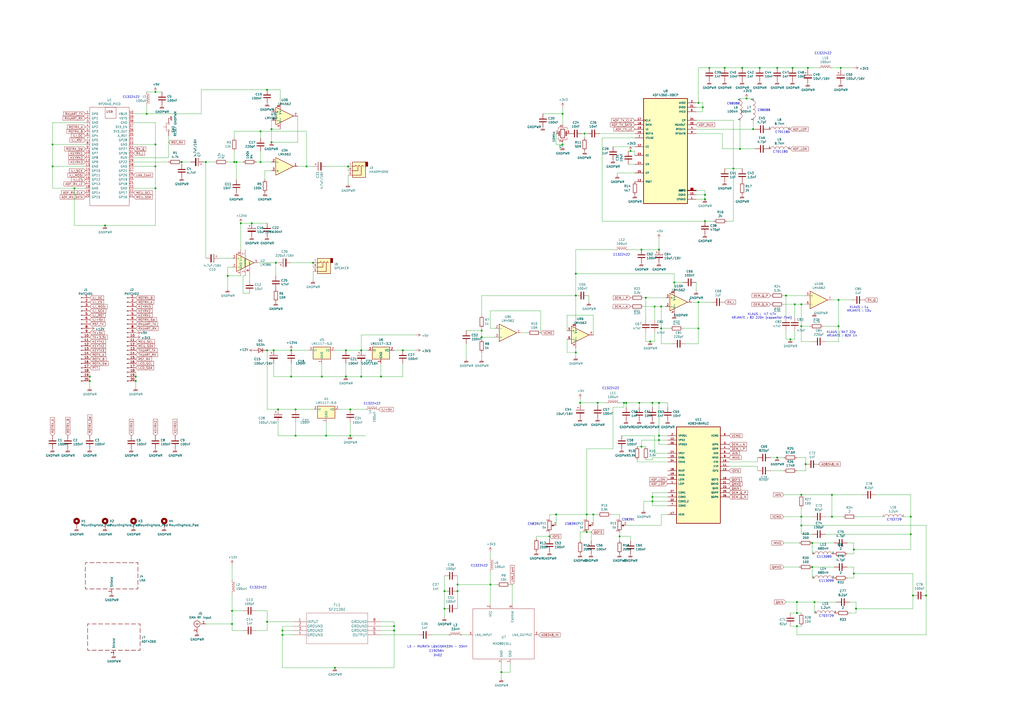
<source format=kicad_sch>
(kicad_sch (version 20231120) (generator "eeschema") (generator_version "8.0")
  (paper "A2")
  (title_block (title "N3B QO100 RX MODULE") (rev "V1.0") (company "OH2UDS - WB2CBA"))
  (junction (at 209.55 203.2))
  (junction (at 382.27 144.78))
  (junction (at 171.45 237.49))
  (junction (at 372.11 259.08))
  (junction (at 363.22 233.68))
  (junction (at 482.6 287.02))
  (junction (at 186.69 218.44))
  (junction (at 284.48 339.09))
  (junction (at 154.94 360.68))
  (junction (at 344.17 298.45))
  (junction (at 405.13 59.69))
  (junction (at 168.91 218.44))
  (junction (at 450.85 39.37))
  (junction (at 411.48 39.37))
  (junction (at 420.37 39.37))
  (junction (at 137.16 93.98))
  (junction (at 472.44 349.25))
  (junction (at 134.62 361.95))
  (junction (at 90.17 83.82))
  (junction (at 168.91 203.2))
  (junction (at 154.94 52.07))
  (junction (at 462.28 349.25))
  (junction (at 189.23 252.73))
  (junction (at 132.08 160.02))
  (junction (at 90.17 96.52))
  (junction (at 157.48 74.93))
  (junction (at 78.74 220.98))
  (junction (at 154.94 203.2))
  (junction (at 158.75 203.2))
  (junction (at 200.66 203.2))
  (junction (at 408.94 128.27))
  (junction (at 468.63 39.37))
  (junction (at 495.3 318.77))
  (junction (at 433.07 57.15))
  (junction (at 151.13 76.2))
  (junction (at 177.8 96.52))
  (junction (at 146.05 129.54))
  (junction (at 407.67 62.23))
  (junction (at 487.68 39.37))
  (junction (at 265.43 339.09))
  (junction (at 464.82 176.53))
  (junction (at 326.39 83.82))
  (junction (at 119.38 93.98))
  (junction (at 203.2 237.49))
  (junction (at 459.74 39.37))
  (junction (at 440.69 39.37))
  (junction (at 461.01 176.53))
  (junction (at 462.28 363.22))
  (junction (at 105.41 93.98))
  (junction (at 233.68 203.2))
  (junction (at 462.28 355.6))
  (junction (at 425.45 97.79))
  (junction (at 382.27 255.27))
  (junction (at 90.17 53.34))
  (junction (at 171.45 252.73))
  (junction (at 194.31 387.35))
  (junction (at 486.41 173.99))
  (junction (at 334.01 171.45))
  (junction (at 436.88 74.93))
  (junction (at 382.27 252.73))
  (junction (at 60.96 130.81))
  (junction (at 52.07 218.44))
  (junction (at 257.81 342.9))
  (junction (at 318.77 311.15))
  (junction (at 464.82 287.02))
  (junction (at 30.48 83.82))
  (junction (at 339.09 77.47))
  (junction (at 450.85 265.43))
  (junction (at 455.93 171.45))
  (junction (at 382.27 233.68))
  (junction (at 405.13 175.26))
  (junction (at 326.39 66.04))
  (junction (at 495.3 332.74))
  (junction (at 161.29 237.49))
  (junction (at 322.58 298.45))
  (junction (at 379.73 177.8))
  (junction (at 220.98 218.44))
  (junction (at 163.83 365.76))
  (junction (at 209.55 218.44))
  (junction (at 43.18 109.22))
  (junction (at 30.48 96.52))
  (junction (at 228.6 365.76))
  (junction (at 340.36 308.61))
  (junction (at 336.55 233.68))
  (junction (at 378.46 288.29))
  (junction (at 464.82 189.23))
  (junction (at 537.21 345.44))
  (junction (at 85.09 66.04))
  (junction (at 157.48 82.55))
  (junction (at 160.02 152.4))
  (junction (at 279.4 191.77))
  (junction (at 265.43 342.9))
  (junction (at 458.47 196.85))
  (junction (at 135.89 93.98))
  (junction (at 361.95 233.68))
  (junction (at 471.17 314.96))
  (junction (at 257.81 353.06))
  (junction (at 464.82 299.72))
  (junction (at 290.83 389.89))
  (junction (at 408.94 113.03))
  (junction (at 334.01 204.47))
  (junction (at 467.36 269.24))
  (junction (at 528.32 299.72))
  (junction (at 391.16 163.83))
  (junction (at 203.2 252.73))
  (junction (at 408.94 115.57))
  (junction (at 496.57 353.06))
  (junction (at 90.17 109.22))
  (junction (at 279.4 195.58))
  (junction (at 365.76 87.63))
  (junction (at 340.36 298.45))
  (junction (at 359.41 311.15))
  (junction (at 383.54 177.8))
  (junction (at 346.71 233.68))
  (junction (at 430.53 39.37))
  (junction (at 486.41 189.23))
  (junction (at 383.54 190.5))
  (junction (at 134.62 354.33))
  (junction (at 181.61 152.4))
  (junction (at 429.26 86.36))
  (junction (at 405.13 190.5))
  (junction (at 139.7 129.54))
  (junction (at 377.19 198.12))
  (junction (at 200.66 218.44))
  (junction (at 378.46 233.68))
  (junction (at 528.32 309.88))
  (junction (at 201.93 96.52))
  (junction (at 78.74 218.44))
  (junction (at 372.11 144.78))
  (junction (at 378.46 290.83))
  (junction (at 334.01 158.75))
  (junction (at 151.13 93.98))
  (junction (at 529.59 345.44))
  (junction (at 163.83 368.3))
  (junction (at 464.82 304.8))
  (junction (at 370.84 233.68))
  (junction (at 228.6 363.22))
  (junction (at 52.07 220.98))
  (junction (at 471.17 328.93))
  (junction (at 374.65 172.72))
  (junction (at 482.6 299.72))
  (wire (pts (xy 374.65 193.04) (xy 374.65 198.12)))
  (wire (pts (xy 209.55 210.82) (xy 209.55 218.44)))
  (wire (pts (xy 382.27 138.43) (xy 382.27 144.78)))
  (wire (pts (xy 401.32 175.26) (xy 405.13 175.26)))
  (wire (pts (xy 154.94 365.76) (xy 148.59 365.76)))
  (wire (pts (xy 405.13 59.69) (xy 405.13 39.37)))
  (wire (pts (xy 334.01 204.47) (xy 334.01 207.01)))
  (wire (pts (xy 201.93 106.68) (xy 201.93 101.6)))
  (wire (pts (xy 495.3 332.74) (xy 529.59 332.74)))
  (wire (pts (xy 528.32 309.88) (xy 528.32 318.77)))
  (wire (pts (xy 486.41 189.23) (xy 486.41 173.99)))
  (wire (pts (xy 468.63 39.37) (xy 474.98 39.37)))
  (wire (pts (xy 450.85 39.37) (xy 459.74 39.37)))
  (wire (pts (xy 454.66 299.72) (xy 464.82 299.72)))
  (wire (pts (xy 220.98 365.76) (xy 228.6 365.76)))
  (wire (pts (xy 373.38 290.83) (xy 378.46 290.83)))
  (wire (pts (xy 78.74 218.44) (xy 78.74 215.9)))
  (wire (pts (xy 284.48 323.85) (xy 284.48 320.04)))
  (wire (pts (xy 373.38 177.8) (xy 379.73 177.8)))
  (wire (pts (xy 491.49 335.28) (xy 495.3 335.28)))
  (wire (pts (xy 154.94 129.54) (xy 146.05 129.54)))
  (wire (pts (xy 119.38 149.86) (xy 119.38 93.98)))
  (wire (pts (xy 359.41 233.68) (xy 361.95 233.68)))
  (wire (pts (xy 436.88 69.85) (xy 436.88 74.93)))
  (wire (pts (xy 492.76 355.6) (xy 496.57 355.6)))
  (wire (pts (xy 464.82 294.64) (xy 464.82 299.72)))
  (wire (pts (xy 340.36 77.47) (xy 339.09 77.47)))
  (wire (pts (xy 77.47 96.52) (xy 90.17 96.52)))
  (wire (pts (xy 90.17 83.82) (xy 90.17 96.52)))
  (wire (pts (xy 328.93 196.85) (xy 328.93 204.47)))
  (wire (pts (xy 495.3 335.28) (xy 495.3 332.74)))
  (wire (pts (xy 349.25 128.27) (xy 349.25 80.01)))
  (wire (pts (xy 132.08 160.02) (xy 132.08 167.64)))
  (wire (pts (xy 154.94 360.68) (xy 154.94 365.76)))
  (wire (pts (xy 529.59 345.44) (xy 529.59 332.74)))
  (wire (pts (xy 403.86 74.93) (xy 436.88 74.93)))
  (wire (pts (xy 344.17 298.45) (xy 344.17 304.8)))
  (wire (pts (xy 408.94 110.49) (xy 408.94 113.03)))
  (wire (pts (xy 405.13 39.37) (xy 411.48 39.37)))
  (wire (pts (xy 160.02 160.02) (xy 160.02 152.4)))
  (wire (pts (xy 134.62 344.17) (xy 134.62 354.33)))
  (wire (pts (xy 458.47 355.6) (xy 462.28 355.6)))
  (wire (pts (xy 368.3 87.63) (xy 365.76 87.63)))
  (wire (pts (xy 265.43 339.09) (xy 284.48 339.09)))
  (wire (pts (xy 403.86 77.47) (xy 419.1 77.47)))
  (wire (pts (xy 372.11 144.78) (xy 382.27 144.78)))
  (wire (pts (xy 537.21 368.3) (xy 537.21 345.44)))
  (wire (pts (xy 284.48 180.34) (xy 313.69 180.34)))
  (wire (pts (xy 194.31 203.2) (xy 200.66 203.2)))
  (wire (pts (xy 336.55 233.68) (xy 346.71 233.68)))
  (wire (pts (xy 405.13 190.5) (xy 405.13 175.26)))
  (wire (pts (xy 151.13 80.01) (xy 151.13 76.2)))
  (wire (pts (xy 134.62 154.94) (xy 132.08 154.94)))
  (wire (pts (xy 440.69 39.37) (xy 450.85 39.37)))
  (wire (pts (xy 403.86 110.49) (xy 408.94 110.49)))
  (wire (pts (xy 177.8 76.2) (xy 177.8 96.52)))
  (wire (pts (xy 228.6 387.35) (xy 194.31 387.35)))
  (wire (pts (xy 140.97 160.02) (xy 142.24 160.02)))
  (wire (pts (xy 49.53 109.22) (xy 43.18 109.22)))
  (wire (pts (xy 369.57 259.08) (xy 372.11 259.08)))
  (wire (pts (xy 30.48 71.12) (xy 30.48 83.82)))
  (wire (pts (xy 383.54 304.8) (xy 383.54 298.45)))
  (wire (pts (xy 241.3 194.31) (xy 209.55 194.31)))
  (wire (pts (xy 374.65 198.12) (xy 377.19 198.12)))
  (wire (pts (xy 43.18 130.81) (xy 60.96 130.81)))
  (wire (pts (xy 340.36 260.35) (xy 340.36 298.45)))
  (wire (pts (xy 186.69 218.44) (xy 200.66 218.44)))
  (wire (pts (xy 374.65 172.72) (xy 386.08 172.72)))
  (wire (pts (xy 496.57 299.72) (xy 511.81 299.72)))
  (wire (pts (xy 157.48 74.93) (xy 157.48 69.85)))
  (wire (pts (xy 127 149.86) (xy 134.62 149.86)))
  (wire (pts (xy 151.13 76.2) (xy 177.8 76.2)))
  (wire (pts (xy 220.98 363.22) (xy 228.6 363.22)))
  (wire (pts (xy 334.01 171.45) (xy 334.01 186.69)))
  (wire (pts (xy 326.39 83.82) (xy 326.39 85.09)))
  (wire (pts (xy 359.41 311.15) (xy 359.41 308.61)))
  (wire (pts (xy 349.25 80.01) (xy 368.3 80.01)))
  (wire (pts (xy 364.49 144.78) (xy 372.11 144.78)))
  (wire (pts (xy 189.23 252.73) (xy 203.2 252.73)))
  (wire (pts (xy 355.6 260.35) (xy 355.6 236.22)))
  (wire (pts (xy 297.18 339.09) (xy 297.18 350.52)))
  (wire (pts (xy 495.3 328.93) (xy 491.49 328.93)))
  (wire (pts (xy 425.45 97.79) (xy 420.37 97.79)))
  (wire (pts (xy 486.41 198.12) (xy 486.41 189.23)))
  (wire (pts (xy 149.86 152.4) (xy 160.02 152.4)))
  (wire (pts (xy 157.48 82.55) (xy 157.48 74.93)))
  (wire (pts (xy 151.13 76.2) (xy 135.89 76.2)))
  (wire (pts (xy 433.07 57.15) (xy 429.26 57.15)))
  (wire (pts (xy 482.6 299.72) (xy 488.95 299.72)))
  (wire (pts (xy 482.6 287.02) (xy 500.38 287.02)))
  (wire (pts (xy 439.42 267.97) (xy 422.91 267.97)))
  (wire (pts (xy 487.68 39.37) (xy 487.68 40.64)))
  (wire (pts (xy 132.08 160.02) (xy 139.7 160.02)))
  (wire (pts (xy 464.82 287.02) (xy 482.6 287.02)))
  (wire (pts (xy 209.55 194.31) (xy 209.55 203.2)))
  (wire (pts (xy 389.89 199.39) (xy 383.54 199.39)))
  (wire (pts (xy 495.3 321.31) (xy 495.3 318.77)))
  (wire (pts (xy 478.79 299.72) (xy 482.6 299.72)))
  (wire (pts (xy 134.62 361.95) (xy 134.62 365.76)))
  (wire (pts (xy 144.78 162.56) (xy 144.78 160.02)))
  (wire (pts (xy 339.09 80.01) (xy 339.09 77.47)))
  (wire (pts (xy 378.46 285.75) (xy 378.46 288.29)))
  (wire (pts (xy 495.3 318.77) (xy 528.32 318.77)))
  (wire (pts (xy 267.97 368.3) (xy 271.78 368.3)))
  (wire (pts (xy 462.28 349.25) (xy 472.44 349.25)))
  (wire (pts (xy 162.56 59.69) (xy 162.56 52.07)))
  (wire (pts (xy 383.54 298.45) (xy 387.35 298.45)))
  (wire (pts (xy 425.45 97.79) (xy 425.45 128.27)))
  (wire (pts (xy 170.18 363.22) (xy 163.83 363.22)))
  (wire (pts (xy 387.35 285.75) (xy 378.46 285.75)))
  (wire (pts (xy 265.43 342.9) (xy 265.43 353.06)))
  (wire (pts (xy 378.46 236.22) (xy 378.46 233.68)))
  (wire (pts (xy 438.15 74.93) (xy 436.88 74.93)))
  (wire (pts (xy 374.65 185.42) (xy 374.65 172.72)))
  (wire (pts (xy 467.36 265.43) (xy 467.36 269.24)))
  (wire (pts (xy 355.6 85.09) (xy 368.3 85.09)))
  (wire (pts (xy 369.57 267.97) (xy 387.35 267.97)))
  (wire (pts (xy 270.51 191.77) (xy 279.4 191.77)))
  (wire (pts (xy 328.93 191.77) (xy 328.93 182.88)))
  (wire (pts (xy 378.46 266.7) (xy 378.46 265.43)))
  (wire (pts (xy 355.6 236.22) (xy 361.95 236.22)))
  (wire (pts (xy 200.66 218.44) (xy 209.55 218.44)))
  (wire (pts (xy 90.17 130.81) (xy 60.96 130.81)))
  (wire (pts (xy 429.26 86.36) (xy 438.15 86.36)))
  (wire (pts (xy 233.68 218.44) (xy 233.68 210.82)))
  (wire (pts (xy 471.17 314.96) (xy 483.87 314.96)))
  (wire (pts (xy 279.4 191.77) (xy 279.4 195.58)))
  (wire (pts (xy 336.55 231.14) (xy 336.55 233.68)))
  (wire (pts (xy 186.69 210.82) (xy 186.69 218.44)))
  (wire (pts (xy 77.47 109.22) (xy 90.17 109.22)))
  (wire (pts (xy 322.58 304.8) (xy 322.58 298.45)))
  (wire (pts (xy 135.89 87.63) (xy 135.89 93.98)))
  (wire (pts (xy 387.35 288.29) (xy 378.46 288.29)))
  (wire (pts (xy 77.47 71.12) (xy 90.17 71.12)))
  (wire (pts (xy 403.86 64.77) (xy 407.67 64.77)))
  (wire (pts (xy 279.4 195.58) (xy 279.4 196.85)))
  (wire (pts (xy 346.71 233.68) (xy 346.71 234.95)))
  (wire (pts (xy 162.56 74.93) (xy 157.48 74.93)))
  (wire (pts (xy 279.4 204.47) (xy 279.4 208.28)))
  (wire (pts (xy 462.28 363.22) (xy 464.82 363.22)))
  (wire (pts (xy 368.3 100.33) (xy 358.14 100.33)))
  (wire (pts (xy 396.24 190.5) (xy 405.13 190.5)))
  (wire (pts (xy 181.61 162.56) (xy 181.61 157.48)))
  (wire (pts (xy 491.49 321.31) (xy 495.3 321.31)))
  (wire (pts (xy 160.02 152.4) (xy 161.29 152.4)))
  (wire (pts (xy 372.11 255.27) (xy 382.27 255.27)))
  (wire (pts (xy 372.11 259.08) (xy 374.65 259.08)))
  (wire (pts (xy 270.51 199.39) (xy 270.51 208.28)))
  (wire (pts (xy 228.6 365.76) (xy 228.6 387.35)))
  (wire (pts (xy 439.42 265.43) (xy 439.42 267.97)))
  (wire (pts (xy 318.77 312.42) (xy 318.77 311.15)))
  (wire (pts (xy 119.38 361.95) (xy 134.62 361.95)))
  (wire (pts (xy 387.35 255.27) (xy 382.27 255.27)))
  (wire (pts (xy 49.53 71.12) (xy 30.48 71.12)))
  (wire (pts (xy 220.98 210.82) (xy 220.98 218.44)))
  (wire (pts (xy 163.83 368.3) (xy 163.83 387.35)))
  (wire (pts (xy 407.67 59.69) (xy 405.13 59.69)))
  (wire (pts (xy 209.55 218.44) (xy 220.98 218.44)))
  (wire (pts (xy 408.94 115.57) (xy 403.86 115.57)))
  (wire (pts (xy 290.83 389.89) (xy 290.83 393.7)))
  (wire (pts (xy 171.45 245.11) (xy 171.45 252.73)))
  (wire (pts (xy 170.18 365.76) (xy 163.83 365.76)))
  (wire (pts (xy 340.36 260.35) (xy 355.6 260.35)))
  (wire (pts (xy 439.42 270.51) (xy 439.42 273.05)))
  (wire (pts (xy 77.47 83.82) (xy 90.17 83.82)))
  (wire (pts (xy 495.3 314.96) (xy 491.49 314.96)))
  (wire (pts (xy 313.69 180.34) (xy 313.69 193.04)))
  (wire (pts (xy 124.46 93.98) (xy 119.38 93.98)))
  (wire (pts (xy 90.17 71.12) (xy 90.17 83.82)))
  (wire (pts (xy 288.29 339.09) (xy 284.48 339.09)))
  (wire (pts (xy 407.67 62.23) (xy 407.67 59.69)))
  (wire (pts (xy 326.39 66.04) (xy 326.39 72.39)))
  (wire (pts (xy 302.26 193.04) (xy 306.07 193.04)))
  (wire (pts (xy 233.68 203.2) (xy 241.3 203.2)))
  (wire (pts (xy 200.66 210.82) (xy 200.66 218.44)))
  (wire (pts (xy 430.53 97.79) (xy 425.45 97.79)))
  (wire (pts (xy 157.48 93.98) (xy 151.13 93.98)))
  (wire (pts (xy 135.89 76.2) (xy 135.89 80.01)))
  (wire (pts (xy 458.47 196.85) (xy 461.01 196.85)))
  (wire (pts (xy 340.36 298.45) (xy 344.17 298.45)))
  (wire (pts (xy 459.74 39.37) (xy 468.63 39.37)))
  (wire (pts (xy 200.66 203.2) (xy 209.55 203.2)))
  (wire (pts (xy 478.79 198.12) (xy 486.41 198.12)))
  (wire (pts (xy 228.6 363.22) (xy 228.6 365.76)))
  (wire (pts (xy 372.11 259.08) (xy 372.11 255.27)))
  (wire (pts (xy 359.41 300.99) (xy 359.41 298.45)))
  (wire (pts (xy 471.17 198.12) (xy 464.82 198.12)))
  (wire (pts (xy 391.16 163.83) (xy 391.16 167.64)))
  (wire (pts (xy 472.44 349.25) (xy 485.14 349.25)))
  (wire (pts (xy 495.3 318.77) (xy 495.3 314.96)))
  (wire (pts (xy 461.01 196.85) (xy 461.01 191.77)))
  (wire (pts (xy 364.49 95.25) (xy 368.3 95.25)))
  (wire (pts (xy 403.86 113.03) (xy 408.94 113.03)))
  (wire (pts (xy 422.91 270.51) (xy 439.42 270.51)))
  (wire (pts (xy 52.07 215.9) (xy 52.07 218.44)))
  (wire (pts (xy 405.13 175.26) (xy 412.75 175.26)))
  (wire (pts (xy 370.84 236.22) (xy 370.84 233.68)))
  (wire (pts (xy 419.1 77.47) (xy 419.1 86.36)))
  (wire (pts (xy 462.28 265.43) (xy 467.36 265.43)))
  (wire (pts (xy 344.17 182.88) (xy 344.17 194.31)))
  (wire (pts (xy 284.48 339.09) (xy 284.48 350.52)))
  (wire (pts (xy 361.95 233.68) (xy 363.22 233.68)))
  (wire (pts (xy 311.15 311.15) (xy 318.77 311.15)))
  (wire (pts (xy 265.43 334.01) (xy 265.43 339.09)))
  (wire (pts (xy 279.4 182.88) (xy 279.4 171.45)))
  (wire (pts (xy 425.45 128.27) (xy 421.64 128.27)))
  (wire (pts (xy 458.47 363.22) (xy 462.28 363.22)))
  (wire (pts (xy 78.74 224.79) (xy 78.74 220.98)))
  (wire (pts (xy 119.38 93.98) (xy 118.11 93.98)))
  (wire (pts (xy 257.81 353.06) (xy 257.81 358.14)))
  (wire (pts (xy 378.46 233.68) (xy 382.27 233.68)))
  (wire (pts (xy 379.73 252.73) (xy 360.68 252.73)))
  (wire (pts (xy 373.38 295.91) (xy 373.38 290.83)))
  (wire (pts (xy 134.62 354.33) (xy 134.62 361.95)))
  (wire (pts (xy 419.1 86.36) (xy 429.26 86.36)))
  (wire (pts (xy 359.41 313.69) (xy 359.41 311.15)))
  (wire (pts (xy 135.89 93.98) (xy 132.08 93.98)))
  (wire (pts (xy 411.48 39.37) (xy 420.37 39.37)))
  (wire (pts (xy 77.47 93.98) (xy 97.79 93.98)))
  (wire (pts (xy 153.67 99.06) (xy 153.67 104.14)))
  (wire (pts (xy 508 287.02) (xy 528.32 287.02)))
  (wire (pts (xy 341.63 175.26) (xy 341.63 171.45)))
  (wire (pts (xy 137.16 93.98) (xy 135.89 93.98)))
  (wire (pts (xy 405.13 59.69) (xy 403.86 59.69)))
  (wire (pts (xy 287.02 195.58) (xy 279.4 195.58)))
  (wire (pts (xy 322.58 77.47) (xy 322.58 83.82)))
  (wire (pts (xy 250.19 368.3) (xy 260.35 368.3)))
  (wire (pts (xy 158.75 218.44) (xy 168.91 218.44)))
  (wire (pts (xy 408.94 128.27) (xy 349.25 128.27)))
  (wire (pts (xy 257.81 353.06) (xy 257.81 342.9)))
  (wire (pts (xy 383.54 177.8) (xy 383.54 190.5)))
  (wire (pts (xy 391.16 158.75) (xy 391.16 163.83)))
  (wire (pts (xy 209.55 203.2) (xy 213.36 203.2)))
  (wire (pts (xy 537.21 345.44) (xy 537.21 304.8)))
  (wire (pts (xy 464.82 198.12) (xy 464.82 189.23)))
  (wire (pts (xy 528.32 287.02) (xy 528.32 299.72)))
  (wire (pts (xy 462.28 273.05) (xy 467.36 273.05)))
  (wire (pts (xy 378.46 265.43) (xy 387.35 265.43)))
  (wire (pts (xy 440.69 39.37) (xy 430.53 39.37)))
  (wire (pts (xy 462.28 355.6) (xy 464.82 355.6)))
  (wire (pts (xy 379.73 262.89) (xy 379.73 252.73)))
  (wire (pts (xy 203.2 237.49) (xy 212.09 237.49)))
  (wire (pts (xy 482.6 299.72) (xy 482.6 287.02)))
  (wire (pts (xy 461.01 176.53) (xy 464.82 176.53)))
  (wire (pts (xy 383.54 199.39) (xy 383.54 190.5)))
  (wire (pts (xy 429.26 69.85) (xy 429.26 86.36)))
  (wire (pts (xy 496.57 355.6) (xy 496.57 353.06)))
  (wire (pts (xy 361.95 236.22) (xy 361.95 233.68)))
  (wire (pts (xy 529.59 353.06) (xy 529.59 345.44)))
  (wire (pts (xy 336.55 308.61) (xy 336.55 313.69)))
  (wire (pts (xy 339.09 77.47) (xy 337.82 77.47)))
  (wire (pts (xy 326.39 62.23) (xy 326.39 66.04)))
  (wire (pts (xy 154.94 52.07) (xy 162.56 52.07)))
  (wire (pts (xy 379.73 177.8) (xy 383.54 177.8)))
  (wire (pts (xy 486.41 173.99) (xy 494.03 173.99)))
  (wire (pts (xy 471.17 328.93) (xy 471.17 335.28)))
  (wire (pts (xy 377.19 198.12) (xy 379.73 198.12)))
  (wire (pts (xy 158.75 203.2) (xy 168.91 203.2)))
  (wire (pts (xy 137.16 104.14) (xy 137.16 93.98)))
  (wire (pts (xy 85.09 66.04) (xy 85.09 60.96)))
  (wire (pts (xy 454.66 287.02) (xy 464.82 287.02)))
  (wire (pts (xy 318.77 300.99) (xy 318.77 298.45)))
  (wire (pts (xy 328.93 182.88) (xy 344.17 182.88)))
  (wire (pts (xy 311.15 312.42) (xy 311.15 311.15)))
  (wire (pts (xy 454.66 171.45) (xy 455.93 171.45)))
  (wire (pts (xy 462.28 355.6) (xy 462.28 349.25)))
  (wire (pts (xy 49.53 96.52) (xy 30.48 96.52)))
  (wire (pts (xy 383.54 177.8) (xy 386.08 177.8)))
  (wire (pts (xy 85.09 53.34) (xy 90.17 53.34)))
  (wire (pts (xy 161.29 237.49) (xy 171.45 237.49)))
  (wire (pts (xy 382.27 252.73) (xy 382.27 255.27)))
  (wire (pts (xy 265.43 339.09) (xy 265.43 342.9)))
  (wire (pts (xy 181.61 96.52) (xy 177.8 96.52)))
  (wire (pts (xy 140.97 354.33) (xy 134.62 354.33)))
  (wire (pts (xy 464.82 304.8) (xy 464.82 309.88)))
  (wire (pts (xy 464.82 309.88) (xy 471.17 309.88)))
  (wire (pts (xy 318.77 311.15) (xy 318.77 308.61)))
  (wire (pts (xy 447.04 265.43) (xy 450.85 265.43)))
  (wire (pts (xy 30.48 109.22) (xy 43.18 109.22)))
  (wire (pts (xy 295.91 339.09) (xy 297.18 339.09)))
  (wire (pts (xy 464.82 189.23) (xy 469.9 189.23)))
  (wire (pts (xy 387.35 233.68) (xy 387.35 236.22)))
  (wire (pts (xy 347.98 77.47) (xy 368.3 77.47)))
  (wire (pts (xy 363.22 304.8) (xy 383.54 304.8)))
  (wire (pts (xy 140.97 93.98) (xy 137.16 93.98)))
  (wire (pts (xy 464.82 299.72) (xy 471.17 299.72)))
  (wire (pts (xy 196.85 237.49) (xy 203.2 237.49)))
  (wire (pts (xy 396.24 163.83) (xy 391.16 163.83)))
  (wire (pts (xy 403.86 62.23) (xy 407.67 62.23)))
  (wire (pts (xy 455.93 196.85) (xy 458.47 196.85)))
  (wire (pts (xy 158.75 210.82) (xy 158.75 218.44)))
  (wire (pts (xy 436.88 57.15) (xy 433.07 57.15)))
  (wire (pts (xy 472.44 349.25) (xy 472.44 355.6)))
  (wire (pts (xy 464.82 176.53) (xy 464.82 189.23)))
  (wire (pts (xy 363.22 233.68) (xy 370.84 233.68)))
  (wire (pts (xy 387.35 290.83) (xy 378.46 290.83)))
  (wire (pts (xy 157.48 99.06) (xy 153.67 99.06)))
  (wire (pts (xy 43.18 109.22) (xy 43.18 130.81)))
  (wire (pts (xy 467.36 273.05) (xy 467.36 269.24)))
  (wire (pts (xy 140.97 170.18) (xy 140.97 160.02)))
  (wire (pts (xy 328.93 204.47) (xy 334.01 204.47)))
  (wire (pts (xy 318.77 298.45) (xy 322.58 298.45)))
  (wire (pts (xy 181.61 152.4) (xy 168.91 152.4)))
  (wire (pts (xy 365.76 87.63) (xy 364.49 87.63)))
  (wire (pts (xy 144.78 170.18) (xy 140.97 170.18)))
  (wire (pts (xy 382.27 257.81) (xy 387.35 257.81)))
  (wire (pts (xy 471.17 314.96) (xy 471.17 321.31)))
  (wire (pts (xy 77.47 91.44) (xy 97.79 91.44)))
  (wire (pts (xy 134.62 365.76) (xy 140.97 365.76)))
  (wire (pts (xy 496.57 353.06) (xy 496.57 349.25)))
  (wire (pts (xy 170.18 368.3) (xy 163.83 368.3)))
  (wire (pts (xy 340.36 308.61) (xy 336.55 308.61)))
  (wire (pts (xy 334.01 158.75) (xy 391.16 158.75)))
  (wire (pts (xy 403.86 163.83) (xy 403.86 168.91)))
  (wire (pts (xy 171.45 252.73) (xy 189.23 252.73)))
  (wire (pts (xy 334.01 158.75) (xy 334.01 171.45)))
  (wire (pts (xy 447.04 273.05) (xy 454.66 273.05)))
  (wire (pts (xy 287.02 190.5) (xy 284.48 190.5)))
  (wire (pts (xy 228.6 203.2) (xy 233.68 203.2)))
  (wire (pts (xy 257.81 342.9) (xy 257.81 334.01)))
  (wire (pts (xy 290.83 384.81) (xy 290.83 389.89)))
  (wire (pts (xy 90.17 96.52) (xy 90.17 109.22)))
  (wire (pts (xy 154.94 203.2) (xy 158.75 203.2)))
  (wire (pts (xy 468.63 39.37) (xy 468.63 40.64)))
  (wire (pts (xy 279.4 171.45) (xy 334.01 171.45)))
  (wire (pts (xy 151.13 93.98) (xy 151.13 87.63)))
  (wire (pts (xy 172.72 67.31) (xy 172.72 82.55)))
  (wire (pts (xy 373.38 172.72) (xy 374.65 172.72)))
  (wire (pts (xy 382.27 233.68) (xy 387.35 233.68)))
  (wire (pts (xy 383.54 190.5) (xy 388.62 190.5)))
  (wire (pts (xy 478.79 309.88) (xy 528.32 309.88)))
  (wire (pts (xy 172.72 82.55) (xy 157.48 82.55)))
  (wire (pts (xy 220.98 360.68) (xy 228.6 360.68)))
  (wire (pts (xy 203.2 245.11) (xy 203.2 252.73)))
  (wire (pts (xy 482.6 173.99) (xy 486.41 173.99)))
  (wire (pts (xy 334.01 144.78) (xy 334.01 158.75)))
  (wire (pts (xy 344.17 298.45) (xy 346.71 298.45)))
  (wire (pts (xy 462.28 368.3) (xy 537.21 368.3)))
  (wire (pts (xy 228.6 360.68) (xy 228.6 363.22)))
  (wire (pts (xy 382.27 233.68) (xy 382.27 252.73)))
  (wire (pts (xy 455.93 349.25) (xy 462.28 349.25)))
  (wire (pts (xy 455.93 171.45) (xy 467.36 171.45)))
  (wire (pts (xy 90.17 109.22) (xy 90.17 130.81)))
  (wire (pts (xy 496.57 353.06) (xy 529.59 353.06)))
  (wire (pts (xy 163.83 363.22) (xy 163.83 365.76)))
  (wire (pts (xy 201.93 96.52) (xy 189.23 96.52)))
  (wire (pts (xy 403.86 69.85) (xy 425.45 69.85)))
  (wire (pts (xy 462.28 363.22) (xy 462.28 368.3)))
  (wire (pts (xy 201.93 99.06) (xy 201.93 96.52)))
  (wire (pts (xy 369.57 266.7) (xy 369.57 267.97)))
  (wire (pts (xy 455.93 191.77) (xy 455.93 196.85)))
  (wire (pts (xy 203.2 252.73) (xy 212.09 252.73)))
  (wire (pts (xy 425.45 69.85) (xy 425.45 97.79)))
  (wire (pts (xy 414.02 128.27) (xy 408.94 128.27)))
  (wire (pts (xy 78.74 220.98) (xy 78.74 218.44)))
  (wire (pts (xy 471.17 328.93) (xy 483.87 328.93)))
  (wire (pts (xy 334.01 204.47) (xy 334.01 201.93)))
  (wire (pts (xy 464.82 176.53) (xy 467.36 176.53)))
  (wire (pts (xy 284.48 190.5) (xy 284.48 180.34)))
  (wire (pts (xy 351.79 233.68) (xy 346.71 233.68)))
  (wire (pts (xy 528.32 299.72) (xy 524.51 299.72)))
  (wire (pts (xy 370.84 233.68) (xy 378.46 233.68)))
  (wire (pts (xy 359.41 298.45) (xy 354.33 298.45)))
  (wire (pts (xy 368.3 90.17) (xy 368.3 87.63)))
  (wire (pts (xy 161.29 245.11) (xy 161.29 252.73)))
  (wire (pts (xy 279.4 191.77) (xy 279.4 190.5)))
  (wire (pts (xy 322.58 298.45) (xy 340.36 298.45)))
  (wire (pts (xy 151.13 93.98) (xy 148.59 93.98)))
  (wire (pts (xy 455.93 184.15) (xy 455.93 171.45)))
  (wire (pts (xy 49.53 83.82) (xy 30.48 83.82)))
  (wire (pts (xy 450.85 265.43) (xy 454.66 265.43)))
  (wire (pts (xy 461.01 184.15) (xy 461.01 176.53)))
  (wire (pts (xy 168.91 218.44) (xy 186.69 218.44)))
  (wire (pts (xy 168.91 210.82) (xy 168.91 218.44)))
  (wire (pts (xy 30.48 96.52) (xy 30.48 109.22)))
  (wire (pts (xy 537.21 304.8) (xy 464.82 304.8)))
  (wire (pts (xy 134.62 327.66) (xy 134.62 336.55)))
  (wire (pts (xy 387.35 252.73) (xy 382.27 252.73)))
  (wire (pts (xy 365.76 311.15) (xy 359.41 311.15)))
  (wire (pts (xy 52.07 220.98) (xy 52.07 224.79)))
  (wire (pts (xy 378.46 293.37) (xy 387.35 293.37)))
  (wire (pts (xy 378.46 288.29) (xy 378.46 290.83)))
  (wire (pts (xy 181.61 154.94) (xy 181.61 152.4)))
  (wire (pts (xy 342.9 313.69) (xy 342.9 308.61)))
  (wire (pts (xy 189.23 245.11) (xy 189.23 252.73)))
  (wire (pts (xy 132.08 154.94) (xy 132.08 160.02)))
  (wire (pts (xy 363.22 236.22) (xy 363.22 233.68)))
  (wire (pts (xy 154.94 237.49) (xy 161.29 237.49)))
  (wire (pts (xy 154.94 203.2) (xy 154.94 237.49)))
  (wire (pts (xy 342.9 308.61) (xy 340.36 308.61)))
  (wire (pts (xy 379.73 198.12) (xy 379.73 193.04)))
  (wire (pts (xy 171.45 237.49) (xy 181.61 237.49)))
  (wire (pts (xy 116.84 66.04) (xy 116.84 52.07)))
  (wire (pts (xy 163.83 365.76) (xy 163.83 368.3)))
  (wire (pts (xy 154.94 354.33) (xy 154.94 360.68)))
  (wire (pts (xy 365.76 313.69) (xy 365.76 311.15)))
  (wire (pts (xy 407.67 64.77) (xy 407.67 62.23)))
  (wire (pts (xy 358.14 100.33) (xy 358.14 101.6)))
  (wire (pts (xy 405.13 199.39) (xy 405.13 190.5)))
  (wire (pts (xy 295.91 389.89) (xy 290.83 389.89)))
  (wire (pts (xy 326.39 82.55) (xy 326.39 83.82)))
  (wire (pts (xy 90.17 53.34) (xy 93.98 53.34)))
  (wire (pts (xy 528.32 299.72) (xy 528.32 309.88)))
  (wire (pts (xy 146.05 129.54) (xy 139.7 129.54)))
  (wire (pts (xy 408.94 113.03) (xy 408.94 115.57)))
  (wire (pts (xy 487.68 39.37) (xy 495.3 39.37)))
  (wire (pts (xy 496.57 349.25) (xy 492.76 349.25)))
  (wire (pts (xy 340.36 298.45) (xy 340.36 300.99)))
  (wire (pts (xy 420.37 39.37) (xy 430.53 39.37)))
  (wire (pts (xy 482.6 39.37) (xy 487.68 39.37)))
  (wire (pts (xy 161.29 252.73) (xy 171.45 252.73)))
  (wire (pts (xy 454.66 314.96) (xy 463.55 314.96)))
  (wire (pts (xy 378.46 290.83) (xy 378.46 293.37)))
  (wire (pts (xy 30.48 83.82) (xy 30.48 96.52)))
  (wire (pts (xy 322.58 83.82) (xy 326.39 83.82)))
  (wire (pts (xy 148.59 354.33) (xy 154.94 354.33)))
  (wire (pts (xy 314.96 66.04) (xy 326.39 66.04)))
  (wire (pts (xy 97.79 78.74) (xy 97.79 91.44)))
  (wire (pts (xy 356.87 144.78) (xy 334.01 144.78)))
  (wire (pts (xy 295.91 384.81) (xy 295.91 389.89)))
  (wire (pts (xy 77.47 66.04) (xy 85.09 66.04)))
  (wire (pts (xy 105.41 93.98) (xy 105.41 95.25)))
  (wire (pts (xy 177.8 96.52) (xy 172.72 96.52)))
  (wire (pts (xy 379.73 185.42) (xy 379.73 177.8)))
  (wire (pts (xy 110.49 93.98) (xy 105.41 93.98)))
  (wire (pts (xy 220.98 218.44) (xy 233.68 218.44)))
  (wire (pts (xy 477.52 189.23) (xy 486.41 189.23)))
  (wire (pts (xy 220.98 368.3) (xy 242.57 368.3)))
  (wire (pts (xy 387.35 262.89) (xy 379.73 262.89)))
  (wire (pts (xy 454.66 176.53) (xy 461.01 176.53)))
  (wire (pts (xy 464.82 299.72) (xy 464.82 304.8)))
  (wire (pts (xy 116.84 52.07) (xy 154.94 52.07)))
  (wire (pts (xy 495.3 332.74) (xy 495.3 328.93)))
  (wire (pts (xy 397.51 199.39) (xy 405.13 199.39)))
  (wire (pts (xy 336.55 234.95) (xy 336.55 233.68)))
  (wire (pts (xy 374.65 266.7) (xy 378.46 266.7)))
  (wire (pts (xy 52.07 220.98) (xy 52.07 218.44)))
  (wire (pts (xy 454.66 328.93) (xy 463.55 328.93)))
  (wire (pts (xy 284.48 331.47) (xy 284.48 339.09)))
  (wire (pts (xy 382.27 255.27) (xy 382.27 257.81)))
  (wire (pts (xy 163.83 387.35) (xy 194.31 387.35)))
  (wire (pts (xy 139.7 129.54) (xy 139.7 144.78)))
  (wire (pts (xy 170.18 360.68) (xy 154.94 360.68)))
  (wire (pts (xy 85.09 66.04) (xy 116.84 66.04)))
  (wire (pts (xy 168.91 203.2) (xy 179.07 203.2)))
  (text "C1322422" (at 472.44 31.75 0) (effects (font (size 1.27 1.27)) (justify left bottom)))
  (text "C1322422" (at 71.12 57.15 0) (effects (font (size 1.27 1.27)) (justify left bottom)))
  (text "C701180" (at 448.31 88.9 0) (effects (font (size 1.27 1.27)) (justify left bottom)))
  (text "L3 - MURATA LQW15AN33N - 33nH" (at 236.22 375.92 0) (effects (font (size 1.27 1.27)) (justify left bottom)))
  (text "C113099" (at 474.98 337.82 0) (effects (font (size 1.27 1.27)) (justify left bottom)))
  (text "C58391" (at 360.68 302.26 0) (effects (font (size 1.27 1.27)) (justify left bottom)))
  (text "KLAUS : 1u\nARJANTE : 10u" (at 498.348 179.324 0) (effects (font (size 1.27 1.27))))
  (text "C1322422" (at 273.05 328.93 0) (effects (font (size 1.27 1.27)) (justify left bottom)))
  (text "C192564" (at 248.92 378.46 0) (effects (font (size 1.27 1.27)) (justify left bottom)))
  (text "C1322422" (at 144.78 341.63 0) (effects (font (size 1.27 1.27)) (justify left bottom)))
  (text "C1322422" (at 349.25 226.06 0) (effects (font (size 1.27 1.27)) (justify left bottom)))
  (text "C1322422" (at 355.6 148.59 0) (effects (font (size 1.27 1.27)) (justify left bottom)))
  (text "C98088" (at 421.64 60.96 0) (effects (font (size 1.27 1.27)) (justify left bottom)))
  (text "C703729" (at 474.98 358.14 0) (effects (font (size 1.27 1.27)) (justify left bottom)))
  (text "C113089" (at 473.71 323.85 0) (effects (font (size 1.27 1.27)) (justify left bottom)))
  (text "C1322422" (at 210.82 234.95 0) (effects (font (size 1.27 1.27)) (justify left bottom)))
  (text "C58391" (at 306.07 304.8 0) (effects (font (size 1.27 1.27)) (justify left bottom)))
  (text "C703729" (at 514.35 302.26 0) (effects (font (size 1.27 1.27)) (justify left bottom)))
  (text "C98088" (at 439.42 64.77 0) (effects (font (size 1.27 1.27)) (justify left bottom)))
  (text "KLAUS : 5K7 22p \nARJANTE : 82K 1n" (at 488.442 193.802 0) (effects (font (size 1.27 1.27))))
  (text "C58391" (at 327.66 304.8 0) (effects (font (size 1.27 1.27)) (justify left bottom)))
  (text "C701180" (at 449.58 77.47 0) (effects (font (size 1.27 1.27)) (justify left bottom)))
  (text "KLAUS :  47 47n\nARJANTE : 82 220n (capasitor first)" (at 441.96 183.388 0) (effects (font (size 1.27 1.27))))
  (text "0402" (at 251.46 381 0) (effects (font (size 1.27 1.27)) (justify left bottom)))
  (global_label "ADF_RX_LE" (shape input) (at 49.53 106.68 180) (property "Intersheetrefs" "${INTERSHEET_REFS}" (effects (hide yes))))
  (global_label "ROTRX_B" (shape input) (at 39.37 252.73 90) (property "Intersheetrefs" "${INTERSHEET_REFS}" (effects (hide yes))))
  (global_label "IMXO" (shape input) (at 422.91 265.43 0) (property "Intersheetrefs" "${INTERSHEET_REFS}" (effects (hide yes))))
  (global_label "ADF_TX_CLK" (shape input) (at 368.3 69.85 180) (property "Intersheetrefs" "${INTERSHEET_REFS}" (effects (hide yes))))
  (global_label "IOFS" (shape input) (at 422.91 273.05 0) (property "Intersheetrefs" "${INTERSHEET_REFS}" (effects (hide yes))))
  (global_label "DEM_Q_P" (shape input) (at 422.91 285.75 0) (property "Intersheetrefs" "${INTERSHEET_REFS}" (effects (hide yes))))
  (global_label "AD8348_IN" (shape input) (at 312.42 368.3 0) (property "Intersheetrefs" "${INTERSHEET_REFS}" (effects (hide yes))))
  (global_label "KEYRX2" (shape input) (at 90.17 252.73 90) (property "Intersheetrefs" "${INTERSHEET_REFS}" (effects (hide yes))))
  (global_label "LNA_Cont" (shape input) (at 297.18 339.09 90) (property "Intersheetrefs" "${INTERSHEET_REFS}" (effects (hide yes))))
  (global_label "VCMO" (shape input) (at 422.91 252.73 0) (property "Intersheetrefs" "${INTERSHEET_REFS}" (effects (hide yes))))
  (global_label "TXUART_RX" (shape input) (at 78.74 205.74 0) (property "Intersheetrefs" "${INTERSHEET_REFS}" (effects (hide yes))))
  (global_label "KEYTX2" (shape input) (at 52.07 200.66 0) (property "Intersheetrefs" "${INTERSHEET_REFS}" (effects (hide yes))))
  (global_label "TXUART_TX" (shape input) (at 78.74 203.2 0) (property "Intersheetrefs" "${INTERSHEET_REFS}" (effects (hide yes))))
  (global_label "ADF_RX_CLK" (shape input) (at 49.53 111.76 180) (property "Intersheetrefs" "${INTERSHEET_REFS}" (effects (hide yes))))
  (global_label "QAIN" (shape input) (at 422.91 283.21 0) (property "Intersheetrefs" "${INTERSHEET_REFS}" (effects (hide yes))))
  (global_label "QOFS" (shape input) (at 422.91 278.13 0) (property "Intersheetrefs" "${INTERSHEET_REFS}" (effects (hide yes))))
  (global_label "RXUART_TX" (shape input) (at 49.53 66.04 180) (property "Intersheetrefs" "${INTERSHEET_REFS}" (effects (hide yes))))
  (global_label "ILI_MOSI" (shape input) (at 52.07 177.8 0) (property "Intersheetrefs" "${INTERSHEET_REFS}" (effects (hide yes))))
  (global_label "KEYRX3" (shape input) (at 76.2 252.73 90) (property "Intersheetrefs" "${INTERSHEET_REFS}" (effects (hide yes))))
  (global_label "RX_I" (shape input) (at 77.47 88.9 0) (property "Intersheetrefs" "${INTERSHEET_REFS}" (effects (hide yes))))
  (global_label "ILI_MOSI" (shape input) (at 49.53 101.6 180) (property "Intersheetrefs" "${INTERSHEET_REFS}" (effects (hide yes))))
  (global_label "VCMO" (shape input) (at 454.66 299.72 180) (property "Intersheetrefs" "${INTERSHEET_REFS}" (effects (hide yes))))
  (global_label "RXUART_RX" (shape input) (at 78.74 190.5 0) (property "Intersheetrefs" "${INTERSHEET_REFS}" (effects (hide yes))))
  (global_label "PTT" (shape input) (at 52.07 213.36 0) (property "Intersheetrefs" "${INTERSHEET_REFS}" (effects (hide yes))))
  (global_label "DEM_I_N" (shape input) (at 365.76 177.8 180) (property "Intersheetrefs" "${INTERSHEET_REFS}" (effects (hide yes))))
  (global_label "RXUART_RX" (shape input) (at 49.53 68.58 180) (property "Intersheetrefs" "${INTERSHEET_REFS}" (effects (hide yes))))
  (global_label "ROTRX_B" (shape input) (at 78.74 172.72 0) (property "Intersheetrefs" "${INTERSHEET_REFS}" (effects (hide yes))))
  (global_label "QOFS" (shape input) (at 342.9 308.61 0) (property "Intersheetrefs" "${INTERSHEET_REFS}" (effects (hide yes))))
  (global_label "ILI_SCK" (shape input) (at 52.07 180.34 0) (property "Intersheetrefs" "${INTERSHEET_REFS}" (effects (hide yes))))
  (global_label "AD8348_IN" (shape input) (at 474.98 269.24 0) (property "Intersheetrefs" "${INTERSHEET_REFS}" (effects (hide yes))))
  (global_label "KEYTX3" (shape input) (at 52.07 203.2 0) (property "Intersheetrefs" "${INTERSHEET_REFS}" (effects (hide yes))))
  (global_label "ROTRX_B" (shape input) (at 49.53 76.2 180) (property "Intersheetrefs" "${INTERSHEET_REFS}" (effects (hide yes))))
  (global_label "ROTX_B" (shape input) (at 52.07 208.28 0) (property "Intersheetrefs" "${INTERSHEET_REFS}" (effects (hide yes))))
  (global_label "ROTX_A" (shape input) (at 52.07 205.74 0) (property "Intersheetrefs" "${INTERSHEET_REFS}" (effects (hide yes))))
  (global_label "DEM_I_P" (shape input) (at 422.91 260.35 0) (property "Intersheetrefs" "${INTERSHEET_REFS}" (effects (hide yes))))
  (global_label "RXUART_TX" (shape input) (at 78.74 187.96 0) (property "Intersheetrefs" "${INTERSHEET_REFS}" (effects (hide yes))))
  (global_label "TX+5V" (shape input) (at 52.07 193.04 0) (property "Intersheetrefs" "${INTERSHEET_REFS}" (effects (hide yes))))
  (global_label "ILI_CS" (shape input) (at 49.53 104.14 180) (property "Intersheetrefs" "${INTERSHEET_REFS}" (effects (hide yes))))
  (global_label "ILI_DC" (shape input) (at 52.07 172.72 0) (property "Intersheetrefs" "${INTERSHEET_REFS}" (effects (hide yes))))
  (global_label "DEM_I_P" (shape input) (at 365.76 172.72 180) (property "Intersheetrefs" "${INTERSHEET_REFS}" (effects (hide yes))))
  (global_label "ADF_RX_DATA" (shape input) (at 49.53 114.3 180) (property "Intersheetrefs" "${INTERSHEET_REFS}" (effects (hide yes))))
  (global_label "ILI_RST" (shape input) (at 52.07 182.88 0) (property "Intersheetrefs" "${INTERSHEET_REFS}" (effects (hide yes))))
  (global_label "QMXO" (shape input) (at 422.91 280.67 0) (property "Intersheetrefs" "${INTERSHEET_REFS}" (effects (hide yes))))
  (global_label "ROTRX_SW" (shape input) (at 78.74 185.42 0) (property "Intersheetrefs" "${INTERSHEET_REFS}" (effects (hide yes))))
  (global_label "MCU_SDA" (shape input) (at 77.47 114.3 0) (property "Intersheetrefs" "${INTERSHEET_REFS}" (effects (hide yes))))
  (global_label "ADF_LOP" (shape input) (at 458.47 74.93 0) (property "Intersheetrefs" "${INTERSHEET_REFS}" (effects (hide yes))))
  (global_label "RST_RX" (shape input) (at 97.79 82.55 0) (property "Intersheetrefs" "${INTERSHEET_REFS}" (effects (hide yes))))
  (global_label "ILI_SCK" (shape input) (at 49.53 99.06 180) (property "Intersheetrefs" "${INTERSHEET_REFS}" (effects (hide yes))))
  (global_label "IAIN" (shape input) (at 454.66 287.02 180) (property "Intersheetrefs" "${INTERSHEET_REFS}" (effects (hide yes))))
  (global_label "ILI_CS" (shape input) (at 52.07 175.26 0) (property "Intersheetrefs" "${INTERSHEET_REFS}" (effects (hide yes))))
  (global_label "QMXO" (shape input) (at 454.66 328.93 180) (property "Intersheetrefs" "${INTERSHEET_REFS}" (effects (hide yes))))
  (global_label "ADF_MUX" (shape input) (at 403.86 72.39 0) (property "Intersheetrefs" "${INTERSHEET_REFS}" (effects (hide yes))))
  (global_label "ADF_LOP" (shape input) (at 387.35 280.67 180) (property "Intersheetrefs" "${INTERSHEET_REFS}" (effects (hide yes))))
  (global_label "ILI_RST" (shape input) (at 49.53 81.28 180) (property "Intersheetrefs" "${INTERSHEET_REFS}" (effects (hide yes))))
  (global_label "KEYRX3" (shape input) (at 49.53 93.98 180) (property "Intersheetrefs" "${INTERSHEET_REFS}" (effects (hide yes))))
  (global_label "ROTRX_SW" (shape input) (at 52.07 252.73 90) (property "Intersheetrefs" "${INTERSHEET_REFS}" (effects (hide yes))))
  (global_label "KEYRX3" (shape input) (at 78.74 177.8 0) (property "Intersheetrefs" "${INTERSHEET_REFS}" (effects (hide yes))))
  (global_label "DEM_Q_N" (shape input) (at 422.91 288.29 0) (property "Intersheetrefs" "${INTERSHEET_REFS}" (effects (hide yes))))
  (global_label "ROTX_SW" (shape input) (at 52.07 210.82 0) (property "Intersheetrefs" "${INTERSHEET_REFS}" (effects (hide yes))))
  (global_label "KEYRX2" (shape input) (at 49.53 91.44 180) (property "Intersheetrefs" "${INTERSHEET_REFS}" (effects (hide yes))))
  (global_label "RST_RX" (shape input) (at 78.74 208.28 0) (property "Intersheetrefs" "${INTERSHEET_REFS}" (effects (hide yes))))
  (global_label "MCU_SDA" (shape input) (at 78.74 200.66 0) (property "Intersheetrefs" "${INTERSHEET_REFS}" (effects (hide yes))))
  (global_label "ADF_LON" (shape input) (at 458.47 86.36 0) (property "Intersheetrefs" "${INTERSHEET_REFS}" (effects (hide yes))))
  (global_label "MCU_SCL" (shape input) (at 77.47 111.76 0) (property "Intersheetrefs" "${INTERSHEET_REFS}" (effects (hide yes))))
  (global_label "QAIN" (shape input) (at 455.93 349.25 180) (property "Intersheetrefs" "${INTERSHEET_REFS}" (effects (hide yes))))
  (global_label "RX_Q" (shape input) (at 77.47 86.36 0) (property "Intersheetrefs" "${INTERSHEET_REFS}" (effects (hide yes))))
  (global_label "MCU_SCL" (shape input) (at 78.74 198.12 0) (property "Intersheetrefs" "${INTERSHEET_REFS}" (effects (hide yes))))
  (global_label "ILI+5V" (shape input) (at 52.07 185.42 0) (property "Intersheetrefs" "${INTERSHEET_REFS}" (effects (hide yes))))
  (global_label "DEM_Q_P" (shape input) (at 447.04 171.45 180) (property "Intersheetrefs" "${INTERSHEET_REFS}" (effects (hide yes))))
  (global_label "KEYRX2" (shape input) (at 78.74 180.34 0) (property "Intersheetrefs" "${INTERSHEET_REFS}" (effects (hide yes))))
  (global_label "DEM_I_N" (shape input) (at 422.91 257.81 0) (property "Intersheetrefs" "${INTERSHEET_REFS}" (effects (hide yes))))
  (global_label "KEYRX1" (shape input) (at 49.53 88.9 180) (property "Intersheetrefs" "${INTERSHEET_REFS}" (effects (hide yes))))
  (global_label "RST_TX" (shape input) (at 52.07 187.96 0) (property "Intersheetrefs" "${INTERSHEET_REFS}" (effects (hide yes))))
  (global_label "DEM_Q_N" (shape input) (at 447.04 176.53 180) (property "Intersheetrefs" "${INTERSHEET_REFS}" (effects (hide yes))))
  (global_label "TX+3.3V" (shape input) (at 52.07 195.58 0) (property "Intersheetrefs" "${INTERSHEET_REFS}" (effects (hide yes))))
  (global_label "KEYRX1" (shape input) (at 78.74 182.88 0) (property "Intersheetrefs" "${INTERSHEET_REFS}" (effects (hide yes))))
  (global_label "IAIN" (shape input) (at 422.91 262.89 0) (property "Intersheetrefs" "${INTERSHEET_REFS}" (effects (hide yes))))
  (global_label "LCD_SCL" (shape input) (at 78.74 210.82 0) (property "Intersheetrefs" "${INTERSHEET_REFS}" (effects (hide yes))))
  (global_label "ROTRX_A" (shape input) (at 78.74 175.26 0) (property "Intersheetrefs" "${INTERSHEET_REFS}" (effects (hide yes))))
  (global_label "ADF_TX_DATA" (shape input) (at 368.3 72.39 180) (property "Intersheetrefs" "${INTERSHEET_REFS}" (effects (hide yes))))
  (global_label "ADF_LON" (shape input) (at 387.35 278.13 180) (property "Intersheetrefs" "${INTERSHEET_REFS}" (effects (hide yes))))
  (global_label "VCMO" (shape input) (at 313.69 193.04 0) (property "Intersheetrefs" "${INTERSHEET_REFS}" (effects (hide yes))))
  (global_label "ILI+5V" (shape input) (at 219.71 237.49 0) (property "Intersheetrefs" "${INTERSHEET_REFS}" (effects (hide yes))))
  (global_label "KEYRX1" (shape input) (at 101.6 252.73 90) (property "Intersheetrefs" "${INTERSHEET_REFS}" (effects (hide yes))))
  (global_label "IOFS" (shape input) (at 318.77 311.15 0) (property "Intersheetrefs" "${INTERSHEET_REFS}" (effects (hide yes))))
  (global_label "ROTRX_A" (shape input) (at 30.48 252.73 90) (property "Intersheetrefs" "${INTERSHEET_REFS}" (effects (hide yes))))
  (global_label "ADF_TX_LE" (shape input) (at 368.3 74.93 180) (property "Intersheetrefs" "${INTERSHEET_REFS}" (effects (hide yes))))
  (global_label "LNA_Cont" (shape input) (at 77.47 101.6 0) (property "Intersheetrefs" "${INTERSHEET_REFS}" (effects (hide yes))))
  (global_label "KEYTX1" (shape input) (at 52.07 198.12 0) (property "Intersheetrefs" "${INTERSHEET_REFS}" (effects (hide yes))))
  (global_label "IMXO" (shape input) (at 454.66 314.96 180) (property "Intersheetrefs" "${INTERSHEET_REFS}" (effects (hide yes))))
  (global_label "ILI_DC" (shape input) (at 49.53 78.74 180) (property "Intersheetrefs" "${INTERSHEET_REFS}" (effects (hide yes))))
  (global_label "ROTRX_SW" (shape input) (at 49.53 86.36 180) (property "Intersheetrefs" "${INTERSHEET_REFS}" (effects (hide yes))))
  (global_label "LCD_SDA" (shape input) (at 78.74 213.36 0) (property "Intersheetrefs" "${INTERSHEET_REFS}" (effects (hide yes))))
  (global_label "ROTRX_A" (shape input) (at 49.53 73.66 180) (property "Intersheetrefs" "${INTERSHEET_REFS}" (effects (hide yes))))
  (global_label "RX_Q" (shape input) (at 501.65 173.99 0) (property "Intersheetrefs" "${INTERSHEET_REFS}" (effects (hide yes))))
  (global_label "RX_I" (shape input) (at 420.37 175.26 0) (property "Intersheetrefs" "${INTERSHEET_REFS}" (effects (hide yes))))
  (symbol (lib_id "QO100_RX-rescue:RP2040_PICO-RP2040") (at 66.04 80.01 0) (unit 1)
    (property "Reference" "U1" (at 63.5 58.039 0))
    (property "Value" "RP2040_PICO" (at 63.5 60.3504 0))
    (property "Footprint" "RP2040_PICO:RPI2040_PICO_SMD" (effects (hide yes)))
  )
  (symbol (lib_id "QO100_RX-rescue:LM1117-5.0-Regulator_Linear") (at 186.69 203.2 0) (unit 1)
    (property "Reference" "U5" (at 186.69 197.0532 0))
    (property "Value" "LM1117-5.0" (at 186.69 199.3646 0))
    (property "Footprint" "Package_TO_SOT_SMD:SOT-223-3_TabPin2" (effects (hide yes)))
    (property "Datasheet" "http://www.ti.com/lit/ds/symlink/lm1117.pdf" (effects (hide yes)))
  )
  (symbol (lib_id "QO100_RX-rescue:LM1117-3.3-Regulator_Linear") (at 220.98 203.2 0) (unit 1)
    (property "Reference" "U6" (at 220.98 197.0532 0))
    (property "Value" "LM1117-3.3" (at 220.98 199.3646 0))
    (property "Footprint" "Package_TO_SOT_SMD:SOT-223-3_TabPin2" (effects (hide yes)))
    (property "Datasheet" "http://www.ti.com/lit/ds/symlink/lm1117.pdf" (effects (hide yes)))
  )
  (symbol (lib_id "Device:C") (at 30.48 256.54 0) (unit 1)
    (property "Reference" "C1" (at 33.401 255.3716 0) (effects (justify left)))
    (property "Value" "100nF" (at 33.401 257.683 0) (effects (justify left)))
    (property "Footprint" "Capacitor_SMD:C_0805_2012Metric" (effects (hide yes)))
  )
  (symbol (lib_id "Device:C") (at 39.37 256.54 0) (unit 1)
    (property "Reference" "C2" (at 42.291 255.3716 0) (effects (justify left)))
    (property "Value" "100nF" (at 42.291 257.683 0) (effects (justify left)))
    (property "Footprint" "Capacitor_SMD:C_0805_2012Metric" (effects (hide yes)))
  )
  (symbol (lib_id "QO100_RX-rescue:GNDPWR-power") (at 30.48 260.35 0) (unit 1)
    (property "Reference" "#PWR0101" (effects (hide yes)))
    (property "Value" "GNDPWR" (at 30.5816 264.2616 0))
  )
  (symbol (lib_id "Device:C") (at 101.6 256.54 0) (unit 1)
    (property "Reference" "C9" (at 104.521 255.3716 0) (effects (justify left)))
    (property "Value" "100nF" (at 104.521 257.683 0) (effects (justify left)))
    (property "Footprint" "Capacitor_SMD:C_0805_2012Metric" (effects (hide yes)))
  )
  (symbol (lib_id "Device:C") (at 90.17 256.54 0) (unit 1)
    (property "Reference" "C8" (at 93.091 255.3716 0) (effects (justify left)))
    (property "Value" "100nF" (at 93.091 257.683 0) (effects (justify left)))
    (property "Footprint" "Capacitor_SMD:C_0805_2012Metric" (effects (hide yes)))
  )
  (symbol (lib_id "Device:C") (at 76.2 256.54 0) (unit 1)
    (property "Reference" "C6" (at 79.121 255.3716 0) (effects (justify left)))
    (property "Value" "100nF" (at 79.121 257.683 0) (effects (justify left)))
    (property "Footprint" "Capacitor_SMD:C_0805_2012Metric" (effects (hide yes)))
  )
  (symbol (lib_id "QO100_RX-rescue:GNDPWR-power") (at 76.2 260.35 0) (unit 1)
    (property "Reference" "#PWR0103" (effects (hide yes)))
    (property "Value" "GNDPWR" (at 76.3016 264.2616 0))
  )
  (symbol (lib_id "QO100_RX-rescue:GNDPWR-power") (at 90.17 260.35 0) (unit 1)
    (property "Reference" "#PWR0104" (effects (hide yes)))
    (property "Value" "GNDPWR" (at 90.2716 264.2616 0))
  )
  (symbol (lib_id "QO100_RX-rescue:GNDPWR-power") (at 101.6 260.35 0) (unit 1)
    (property "Reference" "#PWR0105" (effects (hide yes)))
    (property "Value" "GNDPWR" (at 101.7016 264.2616 0))
  )
  (symbol (lib_id "Device:C") (at 52.07 256.54 0) (unit 1)
    (property "Reference" "C3" (at 54.991 255.3716 0) (effects (justify left)))
    (property "Value" "100nF" (at 54.991 257.683 0) (effects (justify left)))
    (property "Footprint" "Capacitor_SMD:C_0805_2012Metric" (effects (hide yes)))
  )
  (symbol (lib_id "QO100_RX-rescue:GNDPWR-power") (at 200.66 218.44 0) (unit 1)
    (property "Reference" "#PWR0131" (effects (hide yes)))
    (property "Value" "GNDPWR" (at 200.7616 222.3516 0))
  )
  (symbol (lib_id "QO100_RX-rescue:CP-Device") (at 158.75 207.01 0) (unit 1)
    (property "Reference" "C15" (at 147.32 208.28 0) (effects (justify left)))
    (property "Value" "100uF/16V" (at 147.32 210.82 0) (effects (justify left)))
    (property "Footprint" "Capacitor_SMD:CP_Elec_6.3x7.7" (effects (hide yes)))
  )
  (symbol (lib_id "Device:C") (at 168.91 207.01 0) (unit 1)
    (property "Reference" "C18" (at 172.72 209.55 0) (effects (justify left)))
    (property "Value" "100nF" (at 171.45 210.82 0) (effects (justify left)))
    (property "Footprint" "Capacitor_SMD:C_0805_2012Metric" (effects (hide yes)))
  )
  (symbol (lib_id "QO100_RX-rescue:+12V-power") (at 147.32 203.2 90) (unit 1)
    (property "Reference" "#PWR0173" (effects (hide yes)))
    (property "Value" "+12V" (at 144.0688 202.819 90) (effects (justify left)))
  )
  (symbol (lib_id "Device:C") (at 200.66 207.01 0) (unit 1)
    (property "Reference" "C21" (at 203.2 208.28 0) (effects (justify left)))
    (property "Value" "100nF" (at 201.93 210.82 0) (effects (justify left)))
    (property "Footprint" "Capacitor_SMD:C_0805_2012Metric" (effects (hide yes)))
  )
  (symbol (lib_id "QO100_RX-rescue:CP-Device") (at 209.55 207.01 0) (unit 1)
    (property "Reference" "C23" (at 212.09 209.55 0) (effects (justify left)))
    (property "Value" "10uF/16V" (at 209.55 210.82 0) (effects (justify left)))
    (property "Footprint" "Capacitor_SMD:CP_Elec_4x5.4" (effects (hide yes)))
  )
  (symbol (lib_id "QO100_RX-rescue:GNDPWR-power") (at 358.14 101.6 0) (unit 1)
    (property "Reference" "#PWR0170" (effects (hide yes)))
    (property "Value" "GNDPWR" (at 358.2416 105.5116 0))
  )
  (symbol (lib_id "Device:C") (at 233.68 207.01 0) (unit 1)
    (property "Reference" "C27" (at 236.601 205.8416 0) (effects (justify left)))
    (property "Value" "100nF" (at 236.601 208.153 0) (effects (justify left)))
    (property "Footprint" "Capacitor_SMD:C_0805_2012Metric" (effects (hide yes)))
  )
  (symbol (lib_id "Device:Crystal_GND24") (at 326.39 77.47 0) (mirror x) (unit 1)
    (property "Reference" "Y1" (at 325.2216 83.6676 90) (effects (justify left)))
    (property "Value" "10Mhz" (at 321.31 76.2 90) (effects (justify left)))
    (property "Footprint" "Crystal:Crystal_SMD_SeikoEpson_FA238V-4Pin_3.2x2.5mm" (effects (hide yes)))
  )
  (symbol (lib_id "QO100_RX-rescue:GNDPWR-power") (at 326.39 85.09 0) (unit 1)
    (property "Reference" "#PWR0149" (effects (hide yes)))
    (property "Value" "GNDPWR" (at 326.4916 89.0016 0))
  )
  (symbol (lib_id "QO100_RX-rescue:+3.3V-power") (at 241.3 203.2 270) (unit 1)
    (property "Reference" "#PWR0112" (effects (hide yes)))
    (property "Value" "+3V3" (at 244.5512 203.581 90) (effects (justify left)))
  )
  (symbol (lib_id "QO100_RX-rescue:+5V-power") (at 241.3 194.31 270) (unit 1)
    (property "Reference" "#PWR0113" (effects (hide yes)))
    (property "Value" "+5V" (at 244.5512 194.691 90) (effects (justify left)))
  )
  (symbol (lib_id "Amplifier_Operational:LM4562") (at 294.64 193.04 0) (mirror x) (unit 1)
    (property "Reference" "U9" (at 294.64 183.7182 0))
    (property "Value" "LM4562" (at 294.64 186.0296 0))
    (property "Footprint" "Package_SO:SO-8_3.9x4.9mm_P1.27mm" (effects (hide yes)))
    (property "Datasheet" "http://www.ti.com/lit/ds/symlink/lm4562.pdf" (effects (hide yes)))
  )
  (symbol (lib_id "Amplifier_Operational:LM4562") (at 336.55 194.31 0) (unit 2)
    (property "Reference" "U9" (at 336.55 184.9882 0))
    (property "Value" "LM4562" (at 336.55 187.2996 0))
    (property "Footprint" "Package_SO:SO-8_3.9x4.9mm_P1.27mm" (effects (hide yes)))
    (property "Datasheet" "http://www.ti.com/lit/ds/symlink/lm4562.pdf" (effects (hide yes)))
  )
  (symbol (lib_id "Amplifier_Operational:LM4562") (at 393.7 175.26 0) (unit 1)
    (property "Reference" "U10" (at 393.7 165.9382 0))
    (property "Value" "LM4562" (at 393.7 168.2496 0))
    (property "Footprint" "Package_SO:SO-8_3.9x4.9mm_P1.27mm" (effects (hide yes)))
    (property "Datasheet" "http://www.ti.com/lit/ds/symlink/lm4562.pdf" (effects (hide yes)))
  )
  (symbol (lib_id "QO100_RX-rescue:GNDPWR-power") (at 52.07 224.79 0) (unit 1)
    (property "Reference" "#PWR0102" (effects (hide yes)))
    (property "Value" "GNDPWR" (at 52.1716 228.7016 0))
  )
  (symbol (lib_id "QO100_RX-rescue:GNDPWR-power") (at 78.74 224.79 0) (unit 1)
    (property "Reference" "#PWR0106" (effects (hide yes)))
    (property "Value" "GNDPWR" (at 78.8416 228.7016 0))
  )
  (symbol (lib_id "QO100_RX-rescue:Conn_01x20_Male-Connector") (at 46.99 195.58 0) (unit 1)
    (property "Reference" "J1" (at 49.7332 168.1226 0))
    (property "Value" "PATCH01" (at 49.7332 170.434 0))
    (property "Footprint" "Connector_PinHeader_2.54mm:PinHeader_1x20_P2.54mm_Vertical" (effects (hide yes)))
  )
  (symbol (lib_id "QO100_RX-rescue:Conn_01x20_Male-Connector") (at 73.66 195.58 0) (unit 1)
    (property "Reference" "J2" (at 76.4032 168.1226 0))
    (property "Value" "PATCH02" (at 76.4032 170.434 0))
    (property "Footprint" "Connector_PinHeader_2.54mm:PinHeader_1x20_P2.54mm_Vertical" (effects (hide yes)))
  )
  (symbol (lib_id "QO100_RX-rescue:+12V-power") (at 52.07 190.5 270) (unit 1)
    (property "Reference" "#PWR0107" (effects (hide yes)))
    (property "Value" "+12V" (at 55.3212 190.881 90) (effects (justify left)))
  )
  (symbol (lib_id "Amplifier_Operational:LM4562") (at 336.55 194.31 0) (unit 3)
    (property "Reference" "U9" (effects (hide yes)))
    (property "Value" "LM4562" (effects (hide yes)))
    (property "Footprint" "Package_SO:SO-8_3.9x4.9mm_P1.27mm" (effects (hide yes)))
    (property "Datasheet" "http://www.ti.com/lit/ds/symlink/lm4562.pdf" (effects (hide yes)))
  )
  (symbol (lib_id "Device:C") (at 337.82 171.45 90) (unit 1)
    (property "Reference" "C55" (at 337.82 165.0492 90))
    (property "Value" "100nF" (at 337.82 167.3606 90))
    (property "Footprint" "Capacitor_SMD:C_0805_2012Metric" (effects (hide yes)))
  )
  (symbol (lib_id "Device:C") (at 270.51 195.58 0) (unit 1)
    (property "Reference" "C52" (at 273.431 194.4116 0) (effects (justify left)))
    (property "Value" "100nF" (at 273.431 196.723 0) (effects (justify left)))
    (property "Footprint" "Capacitor_SMD:C_0805_2012Metric" (effects (hide yes)))
  )
  (symbol (lib_id "Device:R") (at 279.4 186.69 0) (unit 1)
    (property "Reference" "R7" (at 281.178 185.5216 0) (effects (justify left)))
    (property "Value" "1k" (at 281.178 187.833 0) (effects (justify left)))
    (property "Footprint" "Resistor_SMD:R_0805_2012Metric" (effects (hide yes)))
  )
  (symbol (lib_id "Device:R") (at 279.4 200.66 0) (unit 1)
    (property "Reference" "R8" (at 281.178 199.4916 0) (effects (justify left)))
    (property "Value" "1k" (at 281.178 201.803 0) (effects (justify left)))
    (property "Footprint" "Resistor_SMD:R_0805_2012Metric" (effects (hide yes)))
  )
  (symbol (lib_id "Device:R") (at 309.88 193.04 90) (unit 1)
    (property "Reference" "R10" (at 309.88 187.7822 90))
    (property "Value" "10R" (at 309.88 190.0936 90))
    (property "Footprint" "Resistor_SMD:R_0805_2012Metric" (effects (hide yes)))
  )
  (symbol (lib_id "Device:R") (at 369.57 177.8 90) (unit 1)
    (property "Reference" "R21" (at 369.57 180.34 90))
    (property "Value" "3.3k" (at 369.57 181.61 90))
    (property "Footprint" "Resistor_SMD:R_0805_2012Metric" (effects (hide yes)))
  )
  (symbol (lib_id "Device:R") (at 392.43 190.5 90) (unit 1)
    (property "Reference" "R23" (at 392.43 186.69 90))
    (property "Value" "4.7k" (at 392.43 187.96 90))
    (property "Footprint" "Resistor_SMD:R_0805_2012Metric" (effects (hide yes)))
  )
  (symbol (lib_id "Device:R") (at 101.6 93.98 270) (unit 1)
    (property "Reference" "R1" (at 101.6 88.7222 90))
    (property "Value" "4.7k" (at 101.6 91.0336 90))
    (property "Footprint" "Resistor_SMD:R_0805_2012Metric" (effects (hide yes)))
  )
  (symbol (lib_id "Device:C") (at 105.41 99.06 0) (unit 1)
    (property "Reference" "C4" (at 108.331 97.8916 0) (effects (justify left)))
    (property "Value" "4.7nF" (at 108.331 100.203 0) (effects (justify left)))
    (property "Footprint" "Capacitor_SMD:C_0805_2012Metric" (effects (hide yes)))
  )
  (symbol (lib_id "Connector:Conn_Coaxial") (at 114.3 361.95 0) (mirror y) (unit 1)
    (property "Reference" "J5" (at 116.1288 355.9048 0))
    (property "Value" "SMA RF Input" (at 116.1288 358.2162 0))
    (property "Footprint" "Connector_Coaxial:SMA_Samtec_SMA-J-P-X-ST-EM1_EdgeMount" (effects (hide yes)))
    (property "Datasheet" " ~" (effects (hide yes)))
  )
  (symbol (lib_id "QO100_RX-rescue:LM1117-5.0-Regulator_Linear") (at 189.23 237.49 0) (unit 1)
    (property "Reference" "U4" (at 189.23 231.3432 0))
    (property "Value" "LM1117-5.0" (at 189.23 233.6546 0))
    (property "Footprint" "Package_TO_SOT_SMD:SOT-223-3_TabPin2" (effects (hide yes)))
    (property "Datasheet" "http://www.ti.com/lit/ds/symlink/lm1117.pdf" (effects (hide yes)))
  )
  (symbol (lib_id "QO100_RX-rescue:CP-Device") (at 161.29 241.3 0) (unit 1)
    (property "Reference" "C28" (at 149.86 242.57 0) (effects (justify left)))
    (property "Value" "100uF/16V" (at 149.86 245.11 0) (effects (justify left)))
    (property "Footprint" "Capacitor_SMD:CP_Elec_6.3x7.7" (effects (hide yes)))
  )
  (symbol (lib_id "Device:C") (at 171.45 241.3 0) (unit 1)
    (property "Reference" "C32" (at 175.26 243.84 0) (effects (justify left)))
    (property "Value" "100nF" (at 173.99 245.11 0) (effects (justify left)))
    (property "Footprint" "Capacitor_SMD:C_0805_2012Metric" (effects (hide yes)))
  )
  (symbol (lib_id "Device:C") (at 203.2 241.3 0) (unit 1)
    (property "Reference" "C34" (at 205.74 242.57 0) (effects (justify left)))
    (property "Value" "100nF" (at 204.47 245.11 0) (effects (justify left)))
    (property "Footprint" "Capacitor_SMD:C_0805_2012Metric" (effects (hide yes)))
  )
  (symbol (lib_id "QO100_RX-rescue:GNDPWR-power") (at 203.2 252.73 0) (unit 1)
    (property "Reference" "#PWR0108" (effects (hide yes)))
    (property "Value" "GNDPWR" (at 203.3016 256.6416 0))
  )
  (symbol (lib_id "Mechanical:MountingHole_Pad") (at 44.45 303.53 0) (unit 1)
    (property "Reference" "H1" (at 46.99 302.2854 0) (effects (justify left)))
    (property "Value" "MountingHole_Pad" (at 46.99 304.5968 0) (effects (justify left)))
    (property "Footprint" "MountingHole:MountingHole_3.2mm_M3_DIN965_Pad" (effects (hide yes)))
  )
  (symbol (lib_id "Mechanical:MountingHole_Pad") (at 60.96 303.53 0) (unit 1)
    (property "Reference" "H2" (at 63.5 302.2854 0) (effects (justify left)))
    (property "Value" "MountingHole_Pad" (at 63.5 304.5968 0) (effects (justify left)))
    (property "Footprint" "MountingHole:MountingHole_3.2mm_M3_DIN965_Pad" (effects (hide yes)))
  )
  (symbol (lib_id "QO100_RX-rescue:GNDPWR-power") (at 105.41 102.87 0) (unit 1)
    (property "Reference" "#PWR0109" (effects (hide yes)))
    (property "Value" "GNDPWR" (at 105.5116 106.7816 0))
  )
  (symbol (lib_id "Mechanical:MountingHole_Pad") (at 77.47 303.53 0) (unit 1)
    (property "Reference" "H3" (at 80.01 302.2854 0) (effects (justify left)))
    (property "Value" "MountingHole_Pad" (at 80.01 304.5968 0) (effects (justify left)))
    (property "Footprint" "MountingHole:MountingHole_3.2mm_M3_DIN965_Pad" (effects (hide yes)))
  )
  (symbol (lib_id "Mechanical:MountingHole_Pad") (at 95.25 303.53 0) (unit 1)
    (property "Reference" "H4" (at 97.79 302.2854 0) (effects (justify left)))
    (property "Value" "MountingHole_Pad" (at 97.79 304.5968 0) (effects (justify left)))
    (property "Footprint" "MountingHole:MountingHole_3.2mm_M3_DIN965_Pad" (effects (hide yes)))
  )
  (symbol (lib_id "QO100_RX-rescue:GNDPWR-power") (at 44.45 306.07 0) (unit 1)
    (property "Reference" "#PWR0177" (effects (hide yes)))
    (property "Value" "GNDPWR" (at 44.5516 309.9816 0))
  )
  (symbol (lib_id "QO100_RX-rescue:GNDPWR-power") (at 60.96 306.07 0) (unit 1)
    (property "Reference" "#PWR0178" (effects (hide yes)))
    (property "Value" "GNDPWR" (at 61.0616 309.9816 0))
  )
  (symbol (lib_id "QO100_RX-rescue:GNDPWR-power") (at 77.47 306.07 0) (unit 1)
    (property "Reference" "#PWR0179" (effects (hide yes)))
    (property "Value" "GNDPWR" (at 77.5716 309.9816 0))
  )
  (symbol (lib_id "QO100_RX-rescue:GNDPWR-power") (at 279.4 208.28 0) (unit 1)
    (property "Reference" "#PWR0110" (effects (hide yes)))
    (property "Value" "GNDPWR" (at 279.5016 212.1916 0))
  )
  (symbol (lib_id "QO100_RX-rescue:GNDPWR-power") (at 270.51 208.28 0) (unit 1)
    (property "Reference" "#PWR0111" (effects (hide yes)))
    (property "Value" "GNDPWR" (at 270.6116 212.1916 0))
  )
  (symbol (lib_id "QO100_RX-rescue:GNDPWR-power") (at 95.25 306.07 0) (unit 1)
    (property "Reference" "#PWR0180" (effects (hide yes)))
    (property "Value" "GNDPWR" (at 95.3516 309.9816 0))
  )
  (symbol (lib_id "Device:C") (at 144.78 365.76 270) (unit 1)
    (property "Reference" "C14" (at 144.78 359.3592 90))
    (property "Value" "1nF" (at 144.78 361.6706 90))
    (property "Footprint" "Capacitor_SMD:C_0805_2012Metric" (effects (hide yes)))
  )
  (symbol (lib_id "Device:C") (at 144.78 354.33 270) (unit 1)
    (property "Reference" "C13" (at 144.78 347.9292 90))
    (property "Value" "100pF" (at 144.78 350.2406 90))
    (property "Footprint" "Capacitor_SMD:C_0805_2012Metric" (effects (hide yes)))
  )
  (symbol (lib_id "QO100_RX-rescue:AD8348ARUZ-AD8348ARUZ") (at 405.13 273.05 0) (unit 1)
    (property "Reference" "U11" (at 405.13 243.332 0))
    (property "Value" "AD8348ARUZ" (at 405.13 245.6434 0))
    (property "Footprint" "AD8348ARUZ:AD8348SEDA" (effects (hide yes)))
    (property "MF" "Analog Devices" (effects (hide yes)))
    (property "Description" "\\n50 MHz to 1000 MHz Quadrature Demodulator\\n" (effects (hide yes)))
    (property "PACKAGE" "TSSOP-28" (effects (hide yes)))
    (property "MPN" "AD8348ARUZ" (effects (hide yes)))
    (property "Price" "None" (effects (hide yes)))
    (property "Package" "TSSOP -28 Analog Devices" (effects (hide yes)))
    (property "OC_FARNELL" "8397929" (effects (hide yes)))
    (property "SnapEDA_Link" "https://www.snapeda.com/parts/AD8348ARUZ/Analog+Devices/view-part/?ref=snap" (effects (hide yes)))
    (property "MP" "AD8348ARUZ" (effects (hide yes)))
    (property "Purchase-URL" "https://www.snapeda.com/api/url_track_click_mouser/?unipart_id=3136&manufacturer=Analog Devices&part_name=AD8348ARUZ&search_term=ad8348" (effects (hide yes)))
    (property "SUPPLIER" "ANALOG DEVICES" (effects (hide yes)))
    (property "OC_NEWARK" "19M0952" (effects (hide yes)))
    (property "Availability" "In Stock" (effects (hide yes)))
    (property "Check_prices" "https://www.snapeda.com/parts/AD8348ARUZ/Analog+Devices/view-part/?ref=eda" (effects (hide yes)))
  )
  (symbol (lib_id "QO100_RX-rescue:GNDPWR-power") (at 39.37 260.35 0) (unit 1)
    (property "Reference" "#PWR0132" (effects (hide yes)))
    (property "Value" "GNDPWR" (at 39.4716 264.2616 0))
  )
  (symbol (lib_id "QO100_RX-rescue:GNDPWR-power") (at 52.07 260.35 0) (unit 1)
    (property "Reference" "#PWR0133" (effects (hide yes)))
    (property "Value" "GNDPWR" (at 52.1716 264.2616 0))
  )
  (symbol (lib_id "QO100_RX-rescue:GNDPWR-power") (at 450.85 265.43 0) (unit 1)
    (property "Reference" "#PWR0193" (effects (hide yes)))
    (property "Value" "GNDPWR" (at 450.9516 269.3416 0))
  )
  (symbol (lib_id "Switch:SW_Push") (at 97.79 73.66 90) (unit 1)
    (property "Reference" "SW1" (at 100.33 74.93 0))
    (property "Value" "RESET" (at 101.6 76.2 0))
    (property "Footprint" "ADX_FOOTPRINT_LIBRARY:SW_Push_1P1T_NO_6x6mm_H9.5mm" (effects (hide yes)))
  )
  (symbol (lib_id "QO100_RX-rescue:GNDPWR-power") (at 334.01 207.01 0) (unit 1)
    (property "Reference" "#PWR0114" (effects (hide yes)))
    (property "Value" "GNDPWR" (at 334.1116 210.9216 0))
  )
  (symbol (lib_id "QO100_RX-rescue:AudioJack3-Connector") (at 207.01 99.06 180) (unit 1)
    (property "Reference" "J3" (at 214.122 97.3582 0) (effects (justify right)))
    (property "Value" "HEADPHONE" (at 214.122 99.6696 0) (effects (justify right)))
    (property "Footprint" "uSDX_MONO_PCB_Library:Jack_3.5mm_PJ-320B-SMT_Horizontal_CORR" (effects (hide yes)))
  )
  (symbol (lib_id "QO100_RX-rescue:GNDPWR-power") (at 114.3 367.03 0) (unit 1)
    (property "Reference" "#PWR0143" (effects (hide yes)))
    (property "Value" "GNDPWR" (at 114.4016 370.9416 0))
  )
  (symbol (lib_id "QO100_RX-rescue:L_Core_Ferrite-Device") (at 134.62 340.36 0) (unit 1)
    (property "Reference" "L2" (at 136.8552 339.1916 0) (effects (justify left)))
    (property "Value" "100uH" (at 136.8552 341.503 0) (effects (justify left)))
    (property "Footprint" "Inductor_SMD:L_1210_3225Metric" (effects (hide yes)))
  )
  (symbol (lib_id "QO100_RX-rescue:GNDPWR-power") (at 97.79 68.58 90) (unit 1)
    (property "Reference" "#PWR0122" (effects (hide yes)))
    (property "Value" "GNDPWR" (at 101.7016 68.4784 0))
  )
  (symbol (lib_id "QO100_RX-rescue:L_Core_Ferrite-Device") (at 85.09 57.15 0) (unit 1)
    (property "Reference" "L1" (at 82.55 55.88 0) (effects (justify left)))
    (property "Value" "100uH" (at 78.74 58.42 0) (effects (justify left)))
    (property "Footprint" "Inductor_SMD:L_1210_3225Metric" (effects (hide yes)))
  )
  (symbol (lib_id "QO100_RX-rescue:GNDPWR-power") (at 341.63 175.26 0) (unit 1)
    (property "Reference" "#PWR0115" (effects (hide yes)))
    (property "Value" "GNDPWR" (at 341.7316 179.1716 0))
  )
  (symbol (lib_id "QO100_RX-rescue:GNDPWR-power") (at 201.93 106.68 0) (unit 1)
    (property "Reference" "#PWR0134" (effects (hide yes)))
    (property "Value" "GNDPWR" (at 202.0316 110.5916 0))
  )
  (symbol (lib_id "Device:C") (at 93.98 57.15 0) (unit 1)
    (property "Reference" "C5" (at 96.901 55.9816 0) (effects (justify left)))
    (property "Value" "100nF" (at 96.901 58.293 0) (effects (justify left)))
    (property "Footprint" "Capacitor_SMD:C_0805_2012Metric" (effects (hide yes)))
  )
  (symbol (lib_id "Device:C") (at 458.47 359.41 0) (unit 1)
    (property "Reference" "C71" (at 452.12 359.41 0) (effects (justify left)))
    (property "Value" "82pF" (at 452.12 361.95 0) (effects (justify left)))
    (property "Footprint" "Capacitor_SMD:C_0805_2012Metric" (effects (hide yes)))
  )
  (symbol (lib_id "QO100_RX-rescue:GNDPWR-power") (at 93.98 60.96 0) (unit 1)
    (property "Reference" "#PWR0123" (effects (hide yes)))
    (property "Value" "GNDPWR" (at 94.0816 64.8716 0))
  )
  (symbol (lib_id "Device:C") (at 533.4 345.44 90) (unit 1)
    (property "Reference" "C79" (at 533.4 339.0392 90))
    (property "Value" "150pF" (at 533.4 341.3506 90))
    (property "Footprint" "Capacitor_SMD:C_0805_2012Metric" (effects (hide yes)))
  )
  (symbol (lib_id "QO100_RX-rescue:+5V-power") (at 90.17 53.34 0) (unit 1)
    (property "Reference" "#PWR0124" (effects (hide yes)))
    (property "Value" "+5V" (at 90.551 48.9458 0))
  )
  (symbol (lib_id "Device:C") (at 487.68 314.96 90) (unit 1)
    (property "Reference" "C75" (at 487.68 308.5592 90))
    (property "Value" "4.7pF" (at 487.68 310.8706 90))
    (property "Footprint" "Capacitor_SMD:C_0805_2012Metric" (effects (hide yes)))
  )
  (symbol (lib_id "QO100_RX-rescue:+12V-power") (at 134.62 327.66 0) (unit 1)
    (property "Reference" "#PWR0144" (effects (hide yes)))
    (property "Value" "+12V" (at 135.001 323.2658 0))
  )
  (symbol (lib_id "Device:R") (at 464.82 359.41 0) (unit 1)
    (property "Reference" "R28" (at 466.598 358.2416 0) (effects (justify left)))
    (property "Value" "100" (at 466.598 360.553 0) (effects (justify left)))
    (property "Footprint" "Resistor_SMD:R_0805_2012Metric" (effects (hide yes)))
  )
  (symbol (lib_id "Amplifier_Operational:LM4562") (at 393.7 175.26 0) (unit 3)
    (property "Reference" "U10" (effects (hide yes)))
    (property "Value" "LM4562" (effects (hide yes)))
    (property "Footprint" "Package_SO:SO-8_3.9x4.9mm_P1.27mm" (effects (hide yes)))
    (property "Datasheet" "http://www.ti.com/lit/ds/symlink/lm4562.pdf" (effects (hide yes)))
  )
  (symbol (lib_id "Device:R") (at 487.68 321.31 270) (unit 1)
    (property "Reference" "R31" (at 487.68 316.0522 90))
    (property "Value" "2" (at 487.68 318.3636 90))
    (property "Footprint" "Resistor_SMD:R_0805_2012Metric" (effects (hide yes)))
  )
  (symbol (lib_id "Device:R") (at 467.36 314.96 270) (unit 1)
    (property "Reference" "R29" (at 467.36 309.7022 90))
    (property "Value" "200" (at 467.36 312.0136 90))
    (property "Footprint" "Resistor_SMD:R_0805_2012Metric" (effects (hide yes)))
  )
  (symbol (lib_id "QO100_RX-rescue:SF2126E-SPF2126E") (at 170.18 360.68 0) (unit 1)
    (property "Reference" "FL1" (at 195.58 350.8502 0) (effects (font (size 1.524 1.524))))
    (property "Value" "SF2126E" (at 195.58 353.5426 0) (effects (font (size 1.524 1.524))))
    (property "Footprint" "SPF2126E:SF2126E" (effects (hide yes)))
  )
  (symbol (lib_id "QO100_RX-rescue:INDUCTOR-pspice") (at 477.52 321.31 0) (unit 1)
    (property "Reference" "L13" (at 477.52 315.849 0))
    (property "Value" "680nH" (at 477.52 318.1604 0))
    (property "Footprint" "Inductor_SMD:L_0805_2012Metric" (effects (hide yes)))
  )
  (symbol (lib_id "QO100_RX-rescue:GNDPWR-power") (at 194.31 387.35 0) (unit 1)
    (property "Reference" "#PWR0145" (effects (hide yes)))
    (property "Value" "GNDPWR" (at 194.4116 391.2616 0))
  )
  (symbol (lib_id "QO100_RX-rescue:GNDPWR-power") (at 60.96 130.81 0) (unit 1)
    (property "Reference" "#PWR0125" (effects (hide yes)))
    (property "Value" "GNDPWR" (at 61.0616 134.7216 0))
  )
  (symbol (lib_id "QO100_RX-rescue:GNDPWR-power") (at 391.16 182.88 0) (unit 1)
    (property "Reference" "#PWR0116" (effects (hide yes)))
    (property "Value" "GNDPWR" (at 394.97 182.88 0))
  )
  (symbol (lib_id "QO100_RX-rescue:L_Core_Ferrite-Device") (at 215.9 237.49 90) (unit 1)
    (property "Reference" "L4" (at 214.63 240.03 0) (effects (justify left)))
    (property "Value" "100uH" (at 217.17 245.11 0) (effects (justify left)))
    (property "Footprint" "Inductor_SMD:L_1210_3225Metric" (effects (hide yes)))
  )
  (symbol (lib_id "QO100_RX-rescue:ADF4360-5BCP-ADF4360-5BCP") (at 386.08 87.63 0) (unit 1)
    (property "Reference" "U8" (at 386.08 52.832 0))
    (property "Value" "ADF4360-0BCP" (at 386.08 55.1434 0))
    (property "Footprint" "ADF4360-5BCP:ADF4360SEDA" (effects (hide yes)))
    (property "MF" "Analog Devices" (effects (hide yes)))
    (property "Description" "\\nFanout Distribution, Integer N Synthesizer (RF) IC 1.4GHz 1 24-WFQFN Exposed Pad, CSP\\n" (effects (hide yes)))
    (property "Package" "LFCSP-24 Analog Devices" (effects (hide yes)))
    (property "Price" "None" (effects (hide yes)))
    (property "SnapEDA_Link" "https://www.snapeda.com/parts/ADF4360-5BCP/Analog+Devices/view-part/?ref=snap" (effects (hide yes)))
    (property "MP" "ADF4360-5BCP" (effects (hide yes)))
    (property "Purchase-URL" "https://www.snapeda.com/api/url_track_click_mouser/?unipart_id=473537&manufacturer=Analog Devices&part_name=ADF4360-5BCP&search_term=adf4360" (effects (hide yes)))
    (property "Availability" "In Stock" (effects (hide yes)))
    (property "Check_prices" "https://www.snapeda.com/parts/ADF4360-5BCP/Analog+Devices/view-part/?ref=eda" (effects (hide yes)))
  )
  (symbol (lib_id "BGA7L1BN6:BGA7L1BN6") (at 290.83 370.84 0) (unit 1)
    (property "Reference" "U7" (at 290.83 369.57 0) (effects (justify left)))
    (property "Value" "MXD8015LL" (at 285.75 373.38 0) (effects (justify left)))
    (property "Footprint" "BGA7L1BN6:IC_BGC100GN6E6327XTSA1" (effects (hide yes)))
  )
  (symbol (lib_id "QO100_RX-rescue:+3.3V-power") (at 326.39 62.23 0) (unit 1)
    (property "Reference" "#PWR0150" (effects (hide yes)))
    (property "Value" "+3V3" (at 326.771 57.8358 0))
  )
  (symbol (lib_id "Device:C") (at 314.96 69.85 0) (unit 1)
    (property "Reference" "C20" (at 317.881 68.6816 0) (effects (justify left)))
    (property "Value" "100nF" (at 317.881 70.993 0) (effects (justify left)))
    (property "Footprint" "Capacitor_SMD:C_0805_2012Metric" (effects (hide yes)))
  )
  (symbol (lib_id "QO100_RX-rescue:GNDPWR-power") (at 314.96 73.66 0) (unit 1)
    (property "Reference" "#PWR0151" (effects (hide yes)))
    (property "Value" "GNDPWR" (at 309.88 73.66 0))
  )
  (symbol (lib_id "Device:C") (at 334.01 77.47 90) (mirror x) (unit 1)
    (property "Reference" "C24" (at 334.01 71.0692 90))
    (property "Value" "10nF" (at 334.01 73.3806 90))
    (property "Footprint" "Capacitor_SMD:C_0805_2012Metric" (effects (hide yes)))
  )
  (symbol (lib_id "Device:C") (at 344.17 77.47 90) (mirror x) (unit 1)
    (property "Reference" "C26" (at 344.17 71.0692 90))
    (property "Value" "10nF" (at 344.17 73.3806 90))
    (property "Footprint" "Capacitor_SMD:C_0805_2012Metric" (effects (hide yes)))
  )
  (symbol (lib_id "Device:R") (at 339.09 83.82 0) (mirror y) (unit 1)
    (property "Reference" "R11" (at 337.312 82.6516 0) (effects (justify left)))
    (property "Value" "50R" (at 337.312 84.963 0) (effects (justify left)))
    (property "Footprint" "Resistor_SMD:R_0805_2012Metric" (effects (hide yes)))
  )
  (symbol (lib_id "QO100_RX-rescue:GNDPWR-power") (at 339.09 87.63 0) (mirror y) (unit 1)
    (property "Reference" "#PWR0152" (effects (hide yes)))
    (property "Value" "GNDPWR" (at 338.9884 91.5416 0))
  )
  (symbol (lib_id "Device:R") (at 368.3 109.22 0) (unit 1)
    (property "Reference" "R14" (at 361.95 107.95 0) (effects (justify left)))
    (property "Value" "4k7" (at 361.95 110.49 0) (effects (justify left)))
    (property "Footprint" "Resistor_SMD:R_0805_2012Metric" (effects (hide yes)))
  )
  (symbol (lib_id "QO100_RX-rescue:GNDPWR-power") (at 368.3 113.03 0) (unit 1)
    (property "Reference" "#PWR0153" (effects (hide yes)))
    (property "Value" "GNDPWR" (at 368.4016 116.9416 0))
  )
  (symbol (lib_id "Device:C") (at 355.6 88.9 0) (unit 1)
    (property "Reference" "C29" (at 349.25 86.36 0) (effects (justify left)))
    (property "Value" "1nF" (at 349.25 88.9 0) (effects (justify left)))
    (property "Footprint" "Capacitor_SMD:C_0805_2012Metric" (effects (hide yes)))
  )
  (symbol (lib_id "QO100_RX-rescue:GNDPWR-power") (at 355.6 92.71 0) (unit 1)
    (property "Reference" "#PWR0154" (effects (hide yes)))
    (property "Value" "GNDPWR" (at 355.7016 96.6216 0))
  )
  (symbol (lib_id "Device:C") (at 441.96 74.93 90) (mirror x) (unit 1)
    (property "Reference" "C45" (at 441.96 68.5292 90))
    (property "Value" "4.7pF" (at 441.96 70.8406 90))
    (property "Footprint" "Capacitor_SMD:C_0805_2012Metric" (effects (hide yes)))
  )
  (symbol (lib_id "Device:C") (at 441.96 86.36 90) (mirror x) (unit 1)
    (property "Reference" "C46" (at 441.96 79.9592 90))
    (property "Value" "4.7pF" (at 441.96 82.2706 90))
    (property "Footprint" "Capacitor_SMD:C_0805_2012Metric" (effects (hide yes)))
  )
  (symbol (lib_id "QO100_RX-rescue:INDUCTOR-pspice") (at 429.26 63.5 270) (mirror x) (unit 1)
    (property "Reference" "L6" (at 428.1424 62.3316 90) (effects (justify right)))
    (property "Value" "100nH" (at 428.1424 64.643 90) (effects (justify right)))
    (property "Footprint" "Inductor_SMD:L_0603_1608Metric" (effects (hide yes)))
  )
  (symbol (lib_id "QO100_RX-rescue:INDUCTOR-pspice") (at 436.88 63.5 270) (mirror x) (unit 1)
    (property "Reference" "L7" (at 435.7624 62.3316 90) (effects (justify right)))
    (property "Value" "100nH" (at 435.7624 64.643 90) (effects (justify right)))
    (property "Footprint" "Inductor_SMD:L_0603_1608Metric" (effects (hide yes)))
  )
  (symbol (lib_id "QO100_RX-rescue:INDUCTOR-pspice") (at 452.12 74.93 0) (mirror y) (unit 1)
    (property "Reference" "L8" (at 452.12 69.469 0))
    (property "Value" "8.7nH" (at 452.12 71.7804 0))
    (property "Footprint" "Inductor_SMD:L_0603_1608Metric" (effects (hide yes)))
  )
  (symbol (lib_id "QO100_RX-rescue:INDUCTOR-pspice") (at 452.12 86.36 0) (mirror y) (unit 1)
    (property "Reference" "L9" (at 452.12 80.899 0))
    (property "Value" "8.7nH" (at 452.12 83.2104 0))
    (property "Footprint" "Inductor_SMD:L_0603_1608Metric" (effects (hide yes)))
  )
  (symbol (lib_id "Device:C") (at 364.49 91.44 0) (unit 1)
    (property "Reference" "C31" (at 358.0892 91.44 90))
    (property "Value" "10uF" (at 360.4006 91.44 90))
    (property "Footprint" "Capacitor_SMD:C_0805_2012Metric" (effects (hide yes)))
  )
  (symbol (lib_id "Device:C") (at 411.48 43.18 0) (unit 1)
    (property "Reference" "C39" (at 414.401 42.0116 0) (effects (justify left)))
    (property "Value" "1nF" (at 414.401 44.323 0) (effects (justify left)))
    (property "Footprint" "Capacitor_SMD:C_0805_2012Metric" (effects (hide yes)))
  )
  (symbol (lib_id "Device:C") (at 420.37 43.18 0) (unit 1)
    (property "Reference" "C40" (at 423.291 42.0116 0) (effects (justify left)))
    (property "Value" "10nF" (at 423.291 44.323 0) (effects (justify left)))
    (property "Footprint" "Capacitor_SMD:C_0805_2012Metric" (effects (hide yes)))
  )
  (symbol (lib_id "Device:C") (at 430.53 43.18 0) (unit 1)
    (property "Reference" "C42" (at 433.451 42.0116 0) (effects (justify left)))
    (property "Value" "1nF" (at 433.451 44.323 0) (effects (justify left)))
    (property "Footprint" "Capacitor_SMD:C_0805_2012Metric" (effects (hide yes)))
  )
  (symbol (lib_id "Device:C") (at 440.69 43.18 0) (unit 1)
    (property "Reference" "C44" (at 443.611 42.0116 0) (effects (justify left)))
    (property "Value" "10nF" (at 443.611 44.323 0) (effects (justify left)))
    (property "Footprint" "Capacitor_SMD:C_0805_2012Metric" (effects (hide yes)))
  )
  (symbol (lib_id "Device:C") (at 450.85 43.18 0) (unit 1)
    (property "Reference" "C47" (at 453.771 42.0116 0) (effects (justify left)))
    (property "Value" "1nF" (at 453.771 44.323 0) (effects (justify left)))
    (property "Footprint" "Capacitor_SMD:C_0805_2012Metric" (effects (hide yes)))
  )
  (symbol (lib_id "Device:C") (at 459.74 43.18 0) (unit 1)
    (property "Reference" "C48" (at 462.661 42.0116 0) (effects (justify left)))
    (property "Value" "10nF" (at 462.661 44.323 0) (effects (justify left)))
    (property "Footprint" "Capacitor_SMD:C_0805_2012Metric" (effects (hide yes)))
  )
  (symbol (lib_id "QO100_RX-rescue:GNDPWR-power") (at 411.48 46.99 0) (unit 1)
    (property "Reference" "#PWR0155" (effects (hide yes)))
    (property "Value" "GNDPWR" (at 411.5816 50.9016 0))
  )
  (symbol (lib_id "QO100_RX-rescue:GNDPWR-power") (at 420.37 46.99 0) (unit 1)
    (property "Reference" "#PWR0156" (effects (hide yes)))
    (property "Value" "GNDPWR" (at 420.4716 50.9016 0))
  )
  (symbol (lib_id "QO100_RX-rescue:GNDPWR-power") (at 430.53 46.99 0) (unit 1)
    (property "Reference" "#PWR0157" (effects (hide yes)))
    (property "Value" "GNDPWR" (at 430.6316 50.9016 0))
  )
  (symbol (lib_id "QO100_RX-rescue:GNDPWR-power") (at 440.69 46.99 0) (unit 1)
    (property "Reference" "#PWR0158" (effects (hide yes)))
    (property "Value" "GNDPWR" (at 440.7916 50.9016 0))
  )
  (symbol (lib_id "QO100_RX-rescue:GNDPWR-power") (at 450.85 46.99 0) (unit 1)
    (property "Reference" "#PWR0159" (effects (hide yes)))
    (property "Value" "GNDPWR" (at 450.9516 50.9016 0))
  )
  (symbol (lib_id "QO100_RX-rescue:GNDPWR-power") (at 459.74 46.99 0) (unit 1)
    (property "Reference" "#PWR0160" (effects (hide yes)))
    (property "Value" "GNDPWR" (at 459.8416 50.9016 0))
  )
  (symbol (lib_id "QO100_RX-rescue:L_Core_Ferrite-Device") (at 478.79 39.37 90) (unit 1)
    (property "Reference" "L10" (at 478.79 33.655 90))
    (property "Value" "100uH" (at 478.79 35.9664 90))
    (property "Footprint" "Inductor_SMD:L_1210_3225Metric" (effects (hide yes)))
  )
  (symbol (lib_id "QO100_RX-rescue:CP-Device") (at 468.63 44.45 0) (unit 1)
    (property "Reference" "C49" (at 471.6272 43.2816 0) (effects (justify left)))
    (property "Value" "10uF/16V" (at 471.6272 45.593 0) (effects (justify left)))
    (property "Footprint" "Capacitor_SMD:CP_Elec_4x5.4" (effects (hide yes)))
  )
  (symbol (lib_id "QO100_RX-rescue:CP-Device") (at 487.68 44.45 0) (unit 1)
    (property "Reference" "C50" (at 490.6772 43.2816 0) (effects (justify left)))
    (property "Value" "100uF/16V" (at 490.6772 45.593 0) (effects (justify left)))
    (property "Footprint" "Capacitor_SMD:CP_Elec_6.3x7.7" (effects (hide yes)))
  )
  (symbol (lib_id "QO100_RX-rescue:+3.3V-power") (at 495.3 39.37 270) (unit 1)
    (property "Reference" "#PWR0161" (effects (hide yes)))
    (property "Value" "+3V3" (at 498.5512 39.751 90) (effects (justify left)))
  )
  (symbol (lib_id "QO100_RX-rescue:GNDPWR-power") (at 468.63 48.26 0) (unit 1)
    (property "Reference" "#PWR0162" (effects (hide yes)))
    (property "Value" "GNDPWR" (at 468.7316 52.1716 0))
  )
  (symbol (lib_id "QO100_RX-rescue:GNDPWR-power") (at 487.68 48.26 0) (unit 1)
    (property "Reference" "#PWR0163" (effects (hide yes)))
    (property "Value" "GNDPWR" (at 487.7816 52.1716 0))
  )
  (symbol (lib_id "QO100_RX-rescue:L_Core_Ferrite-Device") (at 264.16 368.3 90) (unit 1)
    (property "Reference" "L3" (at 264.16 362.585 90))
    (property "Value" "33nH" (at 264.16 364.8964 90))
    (property "Footprint" "Inductor_SMD:L_0402_1005Metric" (effects (hide yes)))
  )
  (symbol (lib_id "Device:C") (at 246.38 368.3 270) (unit 1)
    (property "Reference" "C35" (at 246.38 361.8992 90))
    (property "Value" "1nF" (at 246.38 364.2106 90))
    (property "Footprint" "Capacitor_SMD:C_0805_2012Metric" (effects (hide yes)))
  )
  (symbol (lib_id "Device:C") (at 400.05 163.83 270) (unit 1)
    (property "Reference" "C66" (at 400.05 157.4292 90))
    (property "Value" "100nF" (at 400.05 159.7406 90))
    (property "Footprint" "Capacitor_SMD:C_0805_2012Metric" (effects (hide yes)))
  )
  (symbol (lib_id "QO100_RX-rescue:GNDPWR-power") (at 403.86 168.91 0) (unit 1)
    (property "Reference" "#PWR0117" (effects (hide yes)))
    (property "Value" "GNDPWR" (at 403.9616 172.8216 0))
  )
  (symbol (lib_id "Device:C") (at 416.56 175.26 270) (unit 1)
    (property "Reference" "C68" (at 416.56 168.8592 90))
    (property "Value" "1uF" (at 416.56 171.1706 90))
    (property "Footprint" "Capacitor_SMD:C_0805_2012Metric" (effects (hide yes)))
  )
  (symbol (lib_id "Device:C") (at 372.11 148.59 0) (unit 1)
    (property "Reference" "C62" (at 375.031 147.4216 0) (effects (justify left)))
    (property "Value" "100nF" (at 375.031 149.733 0) (effects (justify left)))
    (property "Footprint" "Capacitor_SMD:C_0805_2012Metric" (effects (hide yes)))
  )
  (symbol (lib_id "QO100_RX-rescue:CP-Device") (at 382.27 148.59 0) (unit 1)
    (property "Reference" "C64" (at 385.2672 147.4216 0) (effects (justify left)))
    (property "Value" "10uF/16V" (at 385.2672 149.733 0) (effects (justify left)))
    (property "Footprint" "Capacitor_SMD:CP_Elec_4x5.4" (effects (hide yes)))
  )
  (symbol (lib_id "QO100_RX-rescue:L_Core_Ferrite-Device") (at 360.68 144.78 90) (unit 1)
    (property "Reference" "L12" (at 360.68 139.065 90))
    (property "Value" "100uH" (at 360.68 141.3764 90))
    (property "Footprint" "Inductor_SMD:L_1210_3225Metric" (effects (hide yes)))
  )
  (symbol (lib_id "QO100_RX-rescue:GNDPWR-power") (at 290.83 393.7 0) (unit 1)
    (property "Reference" "#PWR0146" (effects (hide yes)))
    (property "Value" "GNDPWR" (at 290.9316 397.6116 0))
  )
  (symbol (lib_id "QO100_RX-rescue:GNDPWR-power") (at 372.11 152.4 0) (unit 1)
    (property "Reference" "#PWR0118" (effects (hide yes)))
    (property "Value" "GNDPWR" (at 372.2116 156.3116 0))
  )
  (symbol (lib_id "QO100_RX-rescue:GNDPWR-power") (at 382.27 152.4 0) (unit 1)
    (property "Reference" "#PWR0119" (effects (hide yes)))
    (property "Value" "GNDPWR" (at 382.3716 156.3116 0))
  )
  (symbol (lib_id "QO100_RX-rescue:+5V-power") (at 382.27 138.43 0) (unit 1)
    (property "Reference" "#PWR0120" (effects (hide yes)))
    (property "Value" "+5V" (at 382.651 134.0358 0))
  )
  (symbol (lib_id "Device:D") (at 151.13 203.2 180) (unit 1)
    (property "Reference" "D1" (at 151.13 197.6882 0))
    (property "Value" "SS34" (at 151.13 199.9996 0))
    (property "Footprint" "Diode_SMD:D_SMA" (effects (hide yes)))
  )
  (symbol (lib_id "QO100_RX-rescue:+3.3V-power") (at 284.48 320.04 0) (unit 1)
    (property "Reference" "#PWR0147" (effects (hide yes)))
    (property "Value" "+3V3" (at 284.861 315.6458 0))
  )
  (symbol (lib_id "Amplifier_Operational:LM4562") (at 165.1 96.52 0) (mirror x) (unit 1)
    (property "Reference" "U3" (at 165.1 87.1982 0))
    (property "Value" "LM4562" (at 165.1 89.5096 0))
    (property "Footprint" "Package_SO:SO-8_3.9x4.9mm_P1.27mm" (effects (hide yes)))
    (property "Datasheet" "http://www.ti.com/lit/ds/symlink/lm4562.pdf" (effects (hide yes)))
  )
  (symbol (lib_id "Amplifier_Operational:LM4562") (at 165.1 67.31 0) (unit 2)
    (property "Reference" "U3" (at 165.1 57.9882 0))
    (property "Value" "LM4562" (at 165.1 60.2996 0))
    (property "Footprint" "Package_SO:SO-8_3.9x4.9mm_P1.27mm" (effects (hide yes)))
    (property "Datasheet" "http://www.ti.com/lit/ds/symlink/lm4562.pdf" (effects (hide yes)))
  )
  (symbol (lib_id "Device:C") (at 487.68 328.93 90) (unit 1)
    (property "Reference" "C76" (at 487.68 322.5292 90))
    (property "Value" "4.7pF" (at 487.68 324.8406 90))
    (property "Footprint" "Capacitor_SMD:C_0805_2012Metric" (effects (hide yes)))
  )
  (symbol (lib_id "Device:R") (at 487.68 335.28 270) (unit 1)
    (property "Reference" "R32" (at 487.68 337.82 90))
    (property "Value" "2" (at 487.68 332.3336 90))
    (property "Footprint" "Resistor_SMD:R_0805_2012Metric" (effects (hide yes)))
  )
  (symbol (lib_id "Device:R") (at 467.36 328.93 270) (unit 1)
    (property "Reference" "R30" (at 467.36 323.6722 90))
    (property "Value" "100" (at 467.36 325.9836 90))
    (property "Footprint" "Resistor_SMD:R_0805_2012Metric" (effects (hide yes)))
  )
  (symbol (lib_id "QO100_RX-rescue:INDUCTOR-pspice") (at 477.52 335.28 0) (unit 1)
    (property "Reference" "L14" (at 477.52 329.819 0))
    (property "Value" "680nH" (at 477.52 332.1304 0))
    (property "Footprint" "Inductor_SMD:L_0805_2012Metric" (effects (hide yes)))
  )
  (symbol (lib_id "Amplifier_Operational:LM4562") (at 160.02 67.31 0) (mirror y) (unit 3)
    (property "Reference" "U3" (at 161.0868 66.1416 0) (effects (justify left)))
    (property "Value" "LM4562" (at 161.0868 68.453 0) (effects (justify left)))
    (property "Footprint" "Package_SO:SO-8_3.9x4.9mm_P1.27mm" (effects (hide yes)))
    (property "Datasheet" "http://www.ti.com/lit/ds/symlink/lm4562.pdf" (effects (hide yes)))
  )
  (symbol (lib_id "QO100_RX-rescue:CP-Device") (at 114.3 93.98 270) (mirror x) (unit 1)
    (property "Reference" "C7" (at 115.4684 90.9828 0) (effects (justify left)))
    (property "Value" "4.7uF/16V" (at 113.157 90.9828 0) (effects (justify left)))
    (property "Footprint" "Capacitor_SMD:CP_Elec_4x5.4" (effects (hide yes)))
  )
  (symbol (lib_id "QO100_RX-rescue:L_Core_Ferrite-Device") (at 284.48 327.66 0) (unit 1)
    (property "Reference" "L5" (at 286.7152 326.4916 0) (effects (justify left)))
    (property "Value" "100uH" (at 286.7152 328.803 0) (effects (justify left)))
    (property "Footprint" "Inductor_SMD:L_1210_3225Metric" (effects (hide yes)))
  )
  (symbol (lib_id "QO100_RX-rescue:CP-Device") (at 185.42 96.52 90) (mirror x) (unit 1)
    (property "Reference" "C33" (at 184.2516 99.5172 0) (effects (justify left)))
    (property "Value" "4.7uF/16V" (at 186.563 99.5172 0) (effects (justify left)))
    (property "Footprint" "Capacitor_SMD:CP_Elec_4x5.4" (effects (hide yes)))
  )
  (symbol (lib_id "Device:C") (at 154.94 55.88 0) (mirror y) (unit 1)
    (property "Reference" "C19" (at 152.019 54.7116 0) (effects (justify left)))
    (property "Value" "100nF" (at 152.019 57.023 0) (effects (justify left)))
    (property "Footprint" "Capacitor_SMD:C_0805_2012Metric" (effects (hide yes)))
  )
  (symbol (lib_id "Device:C") (at 151.13 83.82 0) (mirror y) (unit 1)
    (property "Reference" "C17" (at 148.209 82.6516 0) (effects (justify left)))
    (property "Value" "220pF" (at 148.209 84.963 0) (effects (justify left)))
    (property "Footprint" "Capacitor_SMD:C_0805_2012Metric" (effects (hide yes)))
  )
  (symbol (lib_id "Device:C") (at 137.16 107.95 0) (mirror y) (unit 1)
    (property "Reference" "C11" (at 134.239 106.7816 0) (effects (justify left)))
    (property "Value" "10nF" (at 134.239 109.093 0) (effects (justify left)))
    (property "Footprint" "Capacitor_SMD:C_0805_2012Metric" (effects (hide yes)))
  )
  (symbol (lib_id "Device:R") (at 153.67 107.95 0) (mirror y) (unit 1)
    (property "Reference" "R5" (at 151.892 106.7816 0) (effects (justify left)))
    (property "Value" "100k" (at 151.892 109.093 0) (effects (justify left)))
    (property "Footprint" "Resistor_SMD:R_0805_2012Metric" (effects (hide yes)))
  )
  (symbol (lib_id "Device:R") (at 135.89 83.82 0) (mirror y) (unit 1)
    (property "Reference" "R3" (at 134.112 82.6516 0) (effects (justify left)))
    (property "Value" "12k" (at 134.112 84.963 0) (effects (justify left)))
    (property "Footprint" "Resistor_SMD:R_0805_2012Metric" (effects (hide yes)))
  )
  (symbol (lib_id "Device:R") (at 144.78 93.98 270) (mirror x) (unit 1)
    (property "Reference" "R4" (at 145.9484 92.202 0) (effects (justify left)))
    (property "Value" "100k" (at 143.637 92.202 0) (effects (justify left)))
    (property "Footprint" "Resistor_SMD:R_0805_2012Metric" (effects (hide yes)))
  )
  (symbol (lib_id "Device:R") (at 128.27 93.98 270) (mirror x) (unit 1)
    (property "Reference" "R2" (at 129.4384 92.202 0) (effects (justify left)))
    (property "Value" "12k" (at 127.127 92.202 0) (effects (justify left)))
    (property "Footprint" "Resistor_SMD:R_0805_2012Metric" (effects (hide yes)))
  )
  (symbol (lib_id "Device:R") (at 369.57 172.72 270) (unit 1)
    (property "Reference" "R22" (at 369.57 167.4622 90))
    (property "Value" "3.3k" (at 369.57 169.7736 90))
    (property "Footprint" "Resistor_SMD:R_0805_2012Metric" (effects (hide yes)))
  )
  (symbol (lib_id "Device:C") (at 488.95 349.25 90) (unit 1)
    (property "Reference" "C77" (at 488.95 342.8492 90))
    (property "Value" "8.2pF" (at 488.95 345.1606 90))
    (property "Footprint" "Capacitor_SMD:C_0805_2012Metric" (effects (hide yes)))
  )
  (symbol (lib_id "Device:R") (at 488.95 355.6 270) (unit 1)
    (property "Reference" "R33" (at 488.95 359.41 90))
    (property "Value" "2" (at 488.95 352.6536 90))
    (property "Footprint" "Resistor_SMD:R_0805_2012Metric" (effects (hide yes)))
  )
  (symbol (lib_id "QO100_RX-rescue:INDUCTOR-pspice") (at 478.79 355.6 0) (unit 1)
    (property "Reference" "L15" (at 478.79 350.139 0))
    (property "Value" "1.2uH" (at 478.79 352.4504 0))
    (property "Footprint" "Inductor_SMD:L_0805_2012Metric" (effects (hide yes)))
  )
  (symbol (lib_id "Device:C") (at 261.62 353.06 270) (unit 1)
    (property "Reference" "C51" (at 261.62 346.6592 90))
    (property "Value" "100nF" (at 261.62 348.9706 90))
    (property "Footprint" "Capacitor_SMD:C_0805_2012Metric" (effects (hide yes)))
  )
  (symbol (lib_id "QO100_RX-rescue:GNDPWR-power") (at 257.81 358.14 0) (unit 1)
    (property "Reference" "#PWR0148" (effects (hide yes)))
    (property "Value" "GNDPWR" (at 257.9116 362.0516 0))
  )
  (symbol (lib_id "Device:R") (at 292.1 339.09 270) (unit 1)
    (property "Reference" "R9" (at 292.1 333.8322 90))
    (property "Value" "10k" (at 292.1 336.1436 90))
    (property "Footprint" "Resistor_SMD:R_0805_2012Metric" (effects (hide yes)))
  )
  (symbol (lib_id "QO100_RX-rescue:RF_Shield_One_Piece-Device") (at 64.77 334.01 0) (unit 1)
    (property "Reference" "J4" (at 80.772 334.2894 0) (effects (justify left)))
    (property "Value" "LNA" (at 80.772 336.6008 0) (effects (justify left)))
    (property "Footprint" "RF_Shielding:Laird_Technologies_BMI-S-102_16.50x16.50mm" (effects (hide yes)))
  )
  (symbol (lib_id "QO100_RX-rescue:RF_Shield_One_Piece-Device") (at 66.04 369.57 0) (unit 1)
    (property "Reference" "J7" (at 82.042 369.8494 0) (effects (justify left)))
    (property "Value" "ADF4360" (at 82.042 372.1608 0) (effects (justify left)))
    (property "Footprint" "RF_Shielding:Laird_Technologies_BMI-S-204-F_32.00x32.00mm" (effects (hide yes)))
  )
  (symbol (lib_id "QO100_RX-rescue:GNDPWR-power") (at 64.77 344.17 0) (unit 1)
    (property "Reference" "#PWR0174" (effects (hide yes)))
    (property "Value" "GNDPWR" (at 64.8716 348.0816 0))
  )
  (symbol (lib_id "QO100_RX-rescue:GNDPWR-power") (at 66.04 379.73 0) (unit 1)
    (property "Reference" "#PWR0176" (effects (hide yes)))
    (property "Value" "GNDPWR" (at 66.1416 383.6416 0))
  )
  (symbol (lib_id "Device:C") (at 261.62 342.9 270) (unit 1)
    (property "Reference" "C37" (at 252.73 339.09 90))
    (property "Value" "1nF" (at 252.73 341.63 90))
    (property "Footprint" "Capacitor_SMD:C_0805_2012Metric" (effects (hide yes)))
  )
  (symbol (lib_id "Device:C") (at 261.62 334.01 270) (unit 1)
    (property "Reference" "C36" (at 261.62 327.6092 90))
    (property "Value" "100pF" (at 261.62 329.9206 90))
    (property "Footprint" "Capacitor_SMD:C_0805_2012Metric" (effects (hide yes)))
  )
  (symbol (lib_id "Device:C") (at 393.7 199.39 270) (unit 1)
    (property "Reference" "C81" (at 393.7 192.9892 90))
    (property "Value" "220pF" (at 393.7 195.3006 90))
    (property "Footprint" "Capacitor_SMD:C_0805_2012Metric" (effects (hide yes)))
  )
  (symbol (lib_id "Device:C") (at 374.65 189.23 0) (unit 1)
    (property "Reference" "C67" (at 368.3 187.96 0) (effects (justify left)))
    (property "Value" "47nF" (at 367.03 190.5 0) (effects (justify left)))
    (property "Footprint" "Capacitor_SMD:C_0805_2012Metric" (effects (hide yes)))
  )
  (symbol (lib_id "Device:C") (at 379.73 189.23 0) (unit 1)
    (property "Reference" "C80" (at 381 186.69 0) (effects (justify left)))
    (property "Value" "47nF" (at 381 193.04 0) (effects (justify left)))
    (property "Footprint" "Capacitor_SMD:C_0805_2012Metric" (effects (hide yes)))
  )
  (symbol (lib_id "QO100_RX-rescue:GNDPWR-power") (at 408.94 115.57 0) (unit 1)
    (property "Reference" "#PWR0164" (effects (hide yes)))
    (property "Value" "GNDPWR" (at 409.0416 119.4816 0))
  )
  (symbol (lib_id "QO100_RX-rescue:GNDPWR-power") (at 157.48 82.55 0) (mirror y) (unit 1)
    (property "Reference" "#PWR0128" (effects (hide yes)))
    (property "Value" "GNDPWR" (at 157.3784 86.4616 0))
  )
  (symbol (lib_id "QO100_RX-rescue:GNDPWR-power") (at 153.67 111.76 0) (mirror y) (unit 1)
    (property "Reference" "#PWR0129" (effects (hide yes)))
    (property "Value" "GNDPWR" (at 153.5684 115.6716 0))
  )
  (symbol (lib_id "QO100_RX-rescue:GNDPWR-power") (at 137.16 111.76 0) (mirror y) (unit 1)
    (property "Reference" "#PWR0130" (effects (hide yes)))
    (property "Value" "GNDPWR" (at 137.0584 115.6716 0))
  )
  (symbol (lib_id "QO100_RX-rescue:GNDPWR-power") (at 154.94 59.69 0) (mirror y) (unit 1)
    (property "Reference" "#PWR0135" (effects (hide yes)))
    (property "Value" "GNDPWR" (at 154.8384 63.6016 0))
  )
  (symbol (lib_id "QO100_RX-rescue:GNDPWR-power") (at 377.19 198.12 0) (unit 1)
    (property "Reference" "#PWR0121" (effects (hide yes)))
    (property "Value" "GNDPWR" (at 377.2916 202.0316 0))
  )
  (symbol (lib_id "Device:R") (at 374.65 262.89 0) (unit 1)
    (property "Reference" "R20" (at 376.428 261.7216 0) (effects (justify left)))
    (property "Value" "3.9k" (at 376.428 264.033 0) (effects (justify left)))
    (property "Footprint" "Resistor_SMD:R_0805_2012Metric" (effects (hide yes)))
  )
  (symbol (lib_id "Device:R") (at 369.57 262.89 0) (unit 1)
    (property "Reference" "R19" (at 364.49 261.62 0) (effects (justify left)))
    (property "Value" "3.9k" (at 364.49 264.16 0) (effects (justify left)))
    (property "Footprint" "Resistor_SMD:R_0805_2012Metric" (effects (hide yes)))
  )
  (symbol (lib_id "Amplifier_Audio:LM386") (at 142.24 152.4 0) (unit 1)
    (property "Reference" "U2" (at 150.9776 151.2316 0) (effects (justify left)))
    (property "Value" "LM386" (at 150.9776 153.543 0) (effects (justify left)))
    (property "Footprint" "Package_SO:SO-8_3.9x4.9mm_P1.27mm" (effects (hide yes)))
    (property "Datasheet" "http://www.ti.com/lit/ds/symlink/lm386.pdf" (effects (hide yes)))
  )
  (symbol (lib_id "Device:C") (at 144.78 166.37 0) (unit 1)
    (property "Reference" "C12" (at 147.701 165.2016 0) (effects (justify left)))
    (property "Value" "10uF" (at 147.701 167.513 0) (effects (justify left)))
    (property "Footprint" "Capacitor_SMD:C_0805_2012Metric" (effects (hide yes)))
  )
  (symbol (lib_id "QO100_RX-rescue:CP-Device") (at 165.1 152.4 90) (unit 1)
    (property "Reference" "C30" (at 165.1 145.923 90))
    (property "Value" "220uF/16V" (at 165.1 148.2344 90))
    (property "Footprint" "Capacitor_SMD:CP_Elec_6.3x7.7" (effects (hide yes)))
  )
  (symbol (lib_id "Device:C") (at 160.02 163.83 0) (unit 1)
    (property "Reference" "C25" (at 162.941 162.6616 0) (effects (justify left)))
    (property "Value" "47nF" (at 162.941 164.973 0) (effects (justify left)))
    (property "Footprint" "Capacitor_SMD:C_0805_2012Metric" (effects (hide yes)))
  )
  (symbol (lib_id "Device:R") (at 160.02 171.45 0) (unit 1)
    (property "Reference" "R6" (at 161.798 170.2816 0) (effects (justify left)))
    (property "Value" "10R" (at 161.798 172.593 0) (effects (justify left)))
    (property "Footprint" "Resistor_SMD:R_0805_2012Metric" (effects (hide yes)))
  )
  (symbol (lib_id "Device:C") (at 154.94 133.35 0) (unit 1)
    (property "Reference" "C22" (at 157.861 132.1816 0) (effects (justify left)))
    (property "Value" "100nF" (at 157.861 134.493 0) (effects (justify left)))
    (property "Footprint" "Capacitor_SMD:C_0805_2012Metric" (effects (hide yes)))
  )
  (symbol (lib_id "QO100_RX-rescue:CP-Device") (at 146.05 133.35 0) (unit 1)
    (property "Reference" "C16" (at 149.0472 132.1816 0) (effects (justify left)))
    (property "Value" "10uF/16V" (at 149.0472 134.493 0) (effects (justify left)))
    (property "Footprint" "Capacitor_SMD:CP_Elec_4x5.4" (effects (hide yes)))
  )
  (symbol (lib_id "QO100_RX-rescue:AudioJack3-Connector") (at 186.69 154.94 180) (unit 1)
    (property "Reference" "J6" (at 193.802 153.2382 0) (effects (justify right)))
    (property "Value" "SPEAKER" (at 193.802 155.5496 0) (effects (justify right)))
    (property "Footprint" "uSDX_MONO_PCB_Library:Jack_3.5mm_PJ-320B-SMT_Horizontal_CORR" (effects (hide yes)))
  )
  (symbol (lib_id "QO100_RX-rescue:GNDPWR-power") (at 181.61 162.56 0) (unit 1)
    (property "Reference" "#PWR0136" (effects (hide yes)))
    (property "Value" "GNDPWR" (at 181.7116 166.4716 0))
  )
  (symbol (lib_id "QO100_RX-rescue:+3.3V-power") (at 433.07 57.15 0) (unit 1)
    (property "Reference" "#PWR0165" (effects (hide yes)))
    (property "Value" "+3V3" (at 433.451 52.7558 0))
  )
  (symbol (lib_id "QO100_RX-rescue:+3.3V-power") (at 365.76 87.63 0) (unit 1)
    (property "Reference" "#PWR0166" (effects (hide yes)))
    (property "Value" "+3V3" (at 366.141 83.2358 0))
  )
  (symbol (lib_id "Amplifier_Operational:LM4562") (at 474.98 173.99 0) (unit 2)
    (property "Reference" "U10" (at 474.98 164.6682 0))
    (property "Value" "LM4562" (at 474.98 166.9796 0))
    (property "Footprint" "Package_SO:SO-8_3.9x4.9mm_P1.27mm" (effects (hide yes)))
    (property "Datasheet" "http://www.ti.com/lit/ds/symlink/lm4562.pdf" (effects (hide yes)))
  )
  (symbol (lib_id "Device:R") (at 450.85 176.53 90) (unit 1)
    (property "Reference" "R35" (at 450.85 179.07 90))
    (property "Value" "3.3k" (at 450.85 180.34 90))
    (property "Footprint" "Resistor_SMD:R_0805_2012Metric" (effects (hide yes)))
  )
  (symbol (lib_id "Device:R") (at 473.71 189.23 90) (unit 1)
    (property "Reference" "R36" (at 473.71 185.42 90))
    (property "Value" "4.7k" (at 473.71 186.69 90))
    (property "Footprint" "Resistor_SMD:R_0805_2012Metric" (effects (hide yes)))
  )
  (symbol (lib_id "QO100_RX-rescue:GNDPWR-power") (at 472.44 181.61 0) (unit 1)
    (property "Reference" "#PWR0194" (effects (hide yes)))
    (property "Value" "GNDPWR" (at 476.25 181.61 0))
  )
  (symbol (lib_id "Device:C") (at 497.84 173.99 270) (unit 1)
    (property "Reference" "C85" (at 497.84 167.5892 90))
    (property "Value" "1uF" (at 497.84 169.9006 90))
    (property "Footprint" "Capacitor_SMD:C_0805_2012Metric" (effects (hide yes)))
  )
  (symbol (lib_id "Device:R") (at 450.85 171.45 270) (unit 1)
    (property "Reference" "R24" (at 450.85 166.1922 90))
    (property "Value" "3.3k" (at 450.85 168.5036 90))
    (property "Footprint" "Resistor_SMD:R_0805_2012Metric" (effects (hide yes)))
  )
  (symbol (lib_id "Device:C") (at 474.98 198.12 270) (unit 1)
    (property "Reference" "C84" (at 474.98 191.7192 90))
    (property "Value" "220pF" (at 474.98 194.0306 90))
    (property "Footprint" "Capacitor_SMD:C_0805_2012Metric" (effects (hide yes)))
  )
  (symbol (lib_id "Device:C") (at 455.93 187.96 0) (unit 1)
    (property "Reference" "C82" (at 449.58 186.69 0) (effects (justify left)))
    (property "Value" "47nF" (at 448.31 189.23 0) (effects (justify left)))
    (property "Footprint" "Capacitor_SMD:C_0805_2012Metric" (effects (hide yes)))
  )
  (symbol (lib_id "Device:C") (at 461.01 187.96 0) (unit 1)
    (property "Reference" "C83" (at 462.28 185.42 0) (effects (justify left)))
    (property "Value" "47nF" (at 462.28 191.77 0) (effects (justify left)))
    (property "Footprint" "Capacitor_SMD:C_0805_2012Metric" (effects (hide yes)))
  )
  (symbol (lib_id "QO100_RX-rescue:GNDPWR-power") (at 458.47 196.85 0) (unit 1)
    (property "Reference" "#PWR0196" (effects (hide yes)))
    (property "Value" "GNDPWR" (at 458.5716 200.7616 0))
  )
  (symbol (lib_id "Device:C") (at 420.37 101.6 0) (unit 1)
    (property "Reference" "C41" (at 423.291 100.4316 0) (effects (justify left)))
    (property "Value" "1nF" (at 423.291 102.743 0) (effects (justify left)))
    (property "Footprint" "Capacitor_SMD:C_0805_2012Metric" (effects (hide yes)))
  )
  (symbol (lib_id "Device:C") (at 430.53 101.6 0) (unit 1)
    (property "Reference" "C43" (at 433.451 100.4316 0) (effects (justify left)))
    (property "Value" "1.5nF" (at 433.451 102.743 0) (effects (justify left)))
    (property "Footprint" "Capacitor_SMD:C_0805_2012Metric" (effects (hide yes)))
  )
  (symbol (lib_id "Device:C") (at 360.68 256.54 0) (unit 1)
    (property "Reference" "C58" (at 363.601 255.3716 0) (effects (justify left)))
    (property "Value" "100nF" (at 363.601 257.683 0) (effects (justify left)))
    (property "Footprint" "Capacitor_SMD:C_0805_2012Metric" (effects (hide yes)))
  )
  (symbol (lib_id "Device:R") (at 430.53 109.22 0) (unit 1)
    (property "Reference" "R17" (at 432.308 108.0516 0) (effects (justify left)))
    (property "Value" "2k" (at 432.308 110.363 0) (effects (justify left)))
    (property "Footprint" "Resistor_SMD:R_0805_2012Metric" (effects (hide yes)))
  )
  (symbol (lib_id "QO100_RX-rescue:GNDPWR-power") (at 360.68 260.35 0) (unit 1)
    (property "Reference" "#PWR0171" (effects (hide yes)))
    (property "Value" "GNDPWR" (at 360.7816 264.2616 0))
  )
  (symbol (lib_id "QO100_RX-rescue:GNDPWR-power") (at 430.53 113.03 0) (unit 1)
    (property "Reference" "#PWR0167" (effects (hide yes)))
    (property "Value" "GNDPWR" (at 430.6316 116.9416 0))
  )
  (symbol (lib_id "QO100_RX-rescue:GNDPWR-power") (at 420.37 105.41 0) (unit 1)
    (property "Reference" "#PWR0168" (effects (hide yes)))
    (property "Value" "GNDPWR" (at 420.4716 109.3216 0))
  )
  (symbol (lib_id "Device:R") (at 417.83 128.27 270) (unit 1)
    (property "Reference" "R16" (at 417.83 123.0122 90))
    (property "Value" "2k" (at 417.83 125.3236 90))
    (property "Footprint" "Resistor_SMD:R_0805_2012Metric" (effects (hide yes)))
  )
  (symbol (lib_id "QO100_RX-rescue:GNDPWR-power") (at 373.38 295.91 0) (unit 1)
    (property "Reference" "#PWR0172" (effects (hide yes)))
    (property "Value" "GNDPWR" (at 373.4816 299.8216 0))
  )
  (symbol (lib_id "QO100_RX-rescue:GNDPWR-power") (at 160.02 175.26 0) (unit 1)
    (property "Reference" "#PWR0137" (effects (hide yes)))
    (property "Value" "GNDPWR" (at 160.1216 179.1716 0))
  )
  (symbol (lib_id "Device:C") (at 408.94 132.08 0) (unit 1)
    (property "Reference" "C38" (at 411.861 130.9116 0) (effects (justify left)))
    (property "Value" "470pF" (at 411.861 133.223 0) (effects (justify left)))
    (property "Footprint" "Capacitor_SMD:C_0805_2012Metric" (effects (hide yes)))
  )
  (symbol (lib_id "QO100_RX-rescue:GNDPWR-power") (at 408.94 135.89 0) (unit 1)
    (property "Reference" "#PWR0169" (effects (hide yes)))
    (property "Value" "GNDPWR" (at 409.0416 139.8016 0))
  )
  (symbol (lib_id "Device:C") (at 363.22 240.03 0) (unit 1)
    (property "Reference" "C59" (at 366.141 238.8616 0) (effects (justify left)))
    (property "Value" "1nF" (at 366.141 241.173 0) (effects (justify left)))
    (property "Footprint" "Capacitor_SMD:C_0805_2012Metric" (effects (hide yes)))
  )
  (symbol (lib_id "Device:C") (at 370.84 240.03 0) (unit 1)
    (property "Reference" "C61" (at 373.761 238.8616 0) (effects (justify left)))
    (property "Value" "10nF" (at 373.761 241.173 0) (effects (justify left)))
    (property "Footprint" "Capacitor_SMD:C_0805_2012Metric" (effects (hide yes)))
  )
  (symbol (lib_id "Device:C") (at 378.46 240.03 0) (unit 1)
    (property "Reference" "C63" (at 381.381 238.8616 0) (effects (justify left)))
    (property "Value" "1nF" (at 381.381 241.173 0) (effects (justify left)))
    (property "Footprint" "Capacitor_SMD:C_0805_2012Metric" (effects (hide yes)))
  )
  (symbol (lib_id "Device:C") (at 387.35 240.03 0) (unit 1)
    (property "Reference" "C65" (at 390.271 238.8616 0) (effects (justify left)))
    (property "Value" "10nF" (at 390.271 241.173 0) (effects (justify left)))
    (property "Footprint" "Capacitor_SMD:C_0805_2012Metric" (effects (hide yes)))
  )
  (symbol (lib_id "QO100_RX-rescue:GNDPWR-power") (at 132.08 167.64 0) (unit 1)
    (property "Reference" "#PWR0138" (effects (hide yes)))
    (property "Value" "GNDPWR" (at 132.1816 171.5516 0))
  )
  (symbol (lib_id "QO100_RX-rescue:GNDPWR-power") (at 363.22 243.84 0) (unit 1)
    (property "Reference" "#PWR0175" (effects (hide yes)))
    (property "Value" "GNDPWR" (at 363.3216 247.7516 0))
  )
  (symbol (lib_id "QO100_RX-rescue:GNDPWR-power") (at 370.84 243.84 0) (unit 1)
    (property "Reference" "#PWR0181" (effects (hide yes)))
    (property "Value" "GNDPWR" (at 370.9416 247.7516 0))
  )
  (symbol (lib_id "QO100_RX-rescue:GNDPWR-power") (at 378.46 243.84 0) (unit 1)
    (property "Reference" "#PWR0182" (effects (hide yes)))
    (property "Value" "GNDPWR" (at 378.5616 247.7516 0))
  )
  (symbol (lib_id "QO100_RX-rescue:GNDPWR-power") (at 146.05 137.16 0) (unit 1)
    (property "Reference" "#PWR0139" (effects (hide yes)))
    (property "Value" "GNDPWR" (at 146.1516 141.0716 0))
  )
  (symbol (lib_id "QO100_RX-rescue:GNDPWR-power") (at 387.35 243.84 0) (unit 1)
    (property "Reference" "#PWR0183" (effects (hide yes)))
    (property "Value" "GNDPWR" (at 387.4516 247.7516 0))
  )
  (symbol (lib_id "QO100_RX-rescue:GNDPWR-power") (at 154.94 137.16 0) (unit 1)
    (property "Reference" "#PWR0140" (effects (hide yes)))
    (property "Value" "GNDPWR" (at 155.0416 141.0716 0))
  )
  (symbol (lib_id "QO100_RX-rescue:CP-Device") (at 123.19 149.86 270) (unit 1)
    (property "Reference" "C10" (at 123.19 156.337 90))
    (property "Value" "4.7uF/16V" (at 123.19 154.0256 90))
    (property "Footprint" "Capacitor_SMD:CP_Elec_4x5.4" (effects (hide yes)))
  )
  (symbol (lib_id "Device:C") (at 346.71 238.76 0) (unit 1)
    (property "Reference" "C57" (at 349.631 237.5916 0) (effects (justify left)))
    (property "Value" "100nF" (at 349.631 239.903 0) (effects (justify left)))
    (property "Footprint" "Capacitor_SMD:C_0805_2012Metric" (effects (hide yes)))
  )
  (symbol (lib_id "QO100_RX-rescue:L_Core_Ferrite-Device") (at 355.6 233.68 90) (unit 1)
    (property "Reference" "L11" (at 355.6 227.965 90))
    (property "Value" "100uH" (at 355.6 230.2764 90))
    (property "Footprint" "Inductor_SMD:L_1210_3225Metric" (effects (hide yes)))
  )
  (symbol (lib_id "QO100_RX-rescue:+3.3V-power") (at 78.74 195.58 270) (unit 1)
    (property "Reference" "#PWR0126" (effects (hide yes)))
    (property "Value" "+3V3" (at 81.9912 195.961 90) (effects (justify left)))
  )
  (symbol (lib_id "QO100_RX-rescue:+5V-power") (at 78.74 193.04 270) (unit 1)
    (property "Reference" "#PWR0127" (effects (hide yes)))
    (property "Value" "+5V" (at 81.28 193.04 90) (effects (justify left)))
  )
  (symbol (lib_id "QO100_RX-rescue:GNDPWR-power") (at 346.71 242.57 0) (unit 1)
    (property "Reference" "#PWR0184" (effects (hide yes)))
    (property "Value" "GNDPWR" (at 346.8116 246.4816 0))
  )
  (symbol (lib_id "QO100_RX-rescue:+12VA-power") (at 168.91 203.2 0) (unit 1)
    (property "Reference" "#PWR0141" (effects (hide yes)))
    (property "Value" "+12VA" (at 169.291 198.8058 0))
  )
  (symbol (lib_id "QO100_RX-rescue:CP-Device") (at 336.55 238.76 0) (unit 1)
    (property "Reference" "C54" (at 327.66 237.49 0) (effects (justify left)))
    (property "Value" "10uF/16V" (at 322.58 240.03 0) (effects (justify left)))
    (property "Footprint" "Capacitor_SMD:CP_Elec_4x5.4" (effects (hide yes)))
  )
  (symbol (lib_id "QO100_RX-rescue:+12VA-power") (at 139.7 129.54 0) (unit 1)
    (property "Reference" "#PWR0142" (effects (hide yes)))
    (property "Value" "+12VA" (at 140.081 125.1458 0))
  )
  (symbol (lib_id "QO100_RX-rescue:GNDPWR-power") (at 336.55 242.57 0) (unit 1)
    (property "Reference" "#PWR0185" (effects (hide yes)))
    (property "Value" "GNDPWR" (at 336.6516 246.4816 0))
  )
  (symbol (lib_id "QO100_RX-rescue:+5V-power") (at 336.55 231.14 0) (unit 1)
    (property "Reference" "#PWR0186" (effects (hide yes)))
    (property "Value" "+5V" (at 336.931 226.7458 0))
  )
  (symbol (lib_id "Device:R") (at 458.47 273.05 90) (unit 1)
    (property "Reference" "R26" (at 458.47 267.7922 90))
    (property "Value" "174R" (at 458.47 270.1036 90))
    (property "Footprint" "Resistor_SMD:R_0805_2012Metric" (effects (hide yes)))
  )
  (symbol (lib_id "Device:R") (at 458.47 265.43 90) (unit 1)
    (property "Reference" "R25" (at 458.47 260.1722 90))
    (property "Value" "57.6R" (at 458.47 262.4836 90))
    (property "Footprint" "Resistor_SMD:R_0805_2012Metric" (effects (hide yes)))
  )
  (symbol (lib_id "Device:C") (at 443.23 273.05 90) (unit 1)
    (property "Reference" "C70" (at 443.23 276.86 90))
    (property "Value" "820pF" (at 443.23 278.13 90))
    (property "Footprint" "Capacitor_SMD:C_0805_2012Metric" (effects (hide yes)))
  )
  (symbol (lib_id "Device:C") (at 443.23 265.43 90) (unit 1)
    (property "Reference" "C69" (at 443.23 259.0292 90))
    (property "Value" "820pF" (at 443.23 261.3406 90))
    (property "Footprint" "Capacitor_SMD:C_0805_2012Metric" (effects (hide yes)))
  )
  (symbol (lib_id "Device:C") (at 471.17 269.24 90) (unit 1)
    (property "Reference" "C72" (at 471.17 262.8392 90))
    (property "Value" "1nF" (at 471.17 265.1506 90))
    (property "Footprint" "Capacitor_SMD:C_0805_2012Metric" (effects (hide yes)))
  )
  (symbol (lib_id "Device:C") (at 318.77 316.23 0) (unit 1)
    (property "Reference" "C53" (at 321.691 315.0616 0) (effects (justify left)))
    (property "Value" "100nF" (at 321.691 317.373 0) (effects (justify left)))
    (property "Footprint" "Capacitor_SMD:C_0805_2012Metric" (effects (hide yes)))
  )
  (symbol (lib_id "Device:C") (at 342.9 317.5 0) (unit 1)
    (property "Reference" "C56" (at 345.821 316.3316 0) (effects (justify left)))
    (property "Value" "100nF" (at 345.821 318.643 0) (effects (justify left)))
    (property "Footprint" "Capacitor_SMD:C_0805_2012Metric" (effects (hide yes)))
  )
  (symbol (lib_id "Device:C") (at 365.76 317.5 0) (unit 1)
    (property "Reference" "C60" (at 368.681 316.3316 0) (effects (justify left)))
    (property "Value" "100nF" (at 368.681 318.643 0) (effects (justify left)))
    (property "Footprint" "Capacitor_SMD:C_0805_2012Metric" (effects (hide yes)))
  )
  (symbol (lib_id "Device:R") (at 311.15 316.23 0) (unit 1)
    (property "Reference" "R12" (at 312.928 315.0616 0) (effects (justify left)))
    (property "Value" "200R" (at 312.928 317.373 0) (effects (justify left)))
    (property "Footprint" "Resistor_SMD:R_0805_2012Metric" (effects (hide yes)))
  )
  (symbol (lib_id "Device:R") (at 336.55 317.5 0) (unit 1)
    (property "Reference" "R13" (at 338.328 316.3316 0) (effects (justify left)))
    (property "Value" "200R" (at 338.328 318.643 0) (effects (justify left)))
    (property "Footprint" "Resistor_SMD:R_0805_2012Metric" (effects (hide yes)))
  )
  (symbol (lib_id "Device:R") (at 359.41 317.5 0) (unit 1)
    (property "Reference" "R18" (at 361.188 316.3316 0) (effects (justify left)))
    (property "Value" "200R" (at 361.188 318.643 0) (effects (justify left)))
    (property "Footprint" "Resistor_SMD:R_0805_2012Metric" (effects (hide yes)))
  )
  (symbol (lib_id "QO100_RX-rescue:R_POT-Device") (at 318.77 304.8 0) (unit 1)
    (property "Reference" "RV1" (at 316.992 303.6316 0) (effects (justify right)))
    (property "Value" "5k" (at 316.992 305.943 0) (effects (justify right)))
    (property "Footprint" "Potentiometer_SMD:Potentiometer_Bourns_3314J_Vertical" (effects (hide yes)))
  )
  (symbol (lib_id "QO100_RX-rescue:R_POT-Device") (at 340.36 304.8 0) (unit 1)
    (property "Reference" "RV2" (at 338.582 303.6316 0) (effects (justify right)))
    (property "Value" "5k" (at 338.582 305.943 0) (effects (justify right)))
    (property "Footprint" "Potentiometer_SMD:Potentiometer_Bourns_3314J_Vertical" (effects (hide yes)))
  )
  (symbol (lib_id "QO100_RX-rescue:R_POT-Device") (at 359.41 304.8 0) (unit 1)
    (property "Reference" "RV3" (at 357.632 303.6316 0) (effects (justify right)))
    (property "Value" "5k" (at 357.632 305.943 0) (effects (justify right)))
    (property "Footprint" "Potentiometer_SMD:Potentiometer_Bourns_3314J_Vertical" (effects (hide yes)))
  )
  (symbol (lib_id "QO100_RX-rescue:GNDPWR-power") (at 311.15 320.04 0) (unit 1)
    (property "Reference" "#PWR0187" (effects (hide yes)))
    (property "Value" "GNDPWR" (at 311.2516 323.9516 0))
  )
  (symbol (lib_id "QO100_RX-rescue:GNDPWR-power") (at 318.77 320.04 0) (unit 1)
    (property "Reference" "#PWR0188" (effects (hide yes)))
    (property "Value" "GNDPWR" (at 318.8716 323.9516 0))
  )
  (symbol (lib_id "QO100_RX-rescue:GNDPWR-power") (at 336.55 321.31 0) (unit 1)
    (property "Reference" "#PWR0189" (effects (hide yes)))
    (property "Value" "GNDPWR" (at 336.6516 325.2216 0))
  )
  (symbol (lib_id "QO100_RX-rescue:GNDPWR-power") (at 342.9 321.31 0) (unit 1)
    (property "Reference" "#PWR0190" (effects (hide yes)))
    (property "Value" "GNDPWR" (at 343.0016 325.2216 0))
  )
  (symbol (lib_id "QO100_RX-rescue:GNDPWR-power") (at 359.41 321.31 0) (unit 1)
    (property "Reference" "#PWR0191" (effects (hide yes)))
    (property "Value" "GNDPWR" (at 359.5116 325.2216 0))
  )
  (symbol (lib_id "QO100_RX-rescue:GNDPWR-power") (at 365.76 321.31 0) (unit 1)
    (property "Reference" "#PWR0192" (effects (hide yes)))
    (property "Value" "GNDPWR" (at 365.8616 325.2216 0))
  )
  (symbol (lib_id "Device:R") (at 350.52 298.45 90) (unit 1)
    (property "Reference" "R15" (at 350.52 293.1922 90))
    (property "Value" "3.9k" (at 350.52 295.5036 90))
    (property "Footprint" "Resistor_SMD:R_0805_2012Metric" (effects (hide yes)))
  )
  (symbol (lib_id "Device:R") (at 464.82 290.83 0) (unit 1)
    (property "Reference" "R27" (at 466.598 289.6616 0) (effects (justify left)))
    (property "Value" "100" (at 466.598 291.973 0) (effects (justify left)))
    (property "Footprint" "Resistor_SMD:R_0805_2012Metric" (effects (hide yes)))
  )
  (symbol (lib_id "Device:C") (at 474.98 299.72 270) (unit 1)
    (property "Reference" "C73" (at 474.98 293.3192 90))
    (property "Value" "82pF" (at 474.98 295.6306 90))
    (property "Footprint" "Capacitor_SMD:C_0805_2012Metric" (effects (hide yes)))
  )
  (symbol (lib_id "Device:R") (at 492.76 299.72 270) (unit 1)
    (property "Reference" "R34" (at 492.76 294.4622 90))
    (property "Value" "2" (at 492.76 296.7736 90))
    (property "Footprint" "Resistor_SMD:R_0805_2012Metric" (effects (hide yes)))
  )
  (symbol (lib_id "Device:C") (at 504.19 287.02 270) (unit 1)
    (property "Reference" "C78" (at 504.19 280.6192 90))
    (property "Value" "8.2pF" (at 504.19 282.9306 90))
    (property "Footprint" "Capacitor_SMD:C_0805_2012Metric" (effects (hide yes)))
  )
  (symbol (lib_id "QO100_RX-rescue:INDUCTOR-pspice") (at 518.16 299.72 0) (unit 1)
    (property "Reference" "L16" (at 518.16 294.259 0))
    (property "Value" "1.2uH" (at 518.16 296.5704 0))
    (property "Footprint" "Inductor_SMD:L_0805_2012Metric" (effects (hide yes)))
  )
  (symbol (lib_id "Device:C") (at 474.98 309.88 270) (unit 1)
    (property "Reference" "C74" (at 474.98 303.4792 90))
    (property "Value" "150pF" (at 474.98 305.7906 90))
    (property "Footprint" "Capacitor_SMD:C_0805_2012Metric" (effects (hide yes)))
  )
)
</source>
